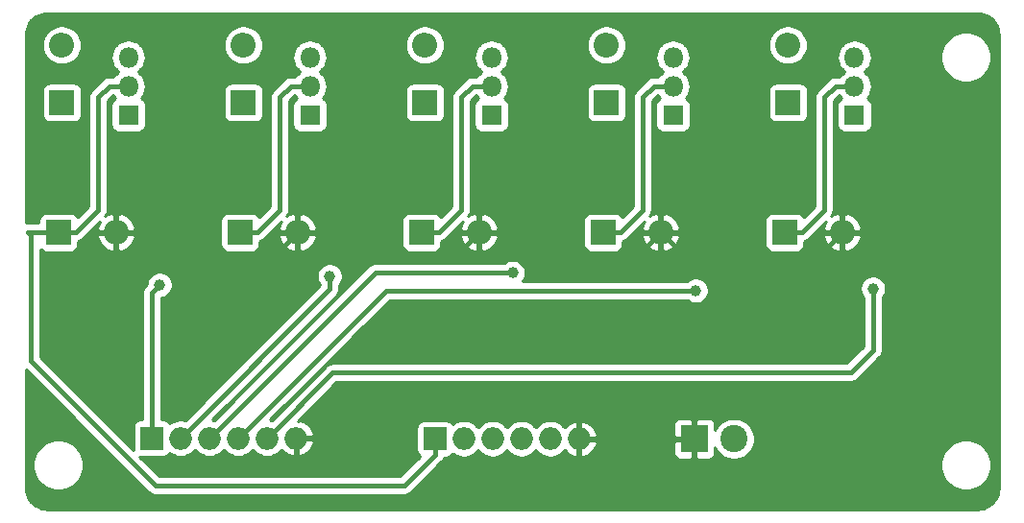
<source format=gbl>
G04 #@! TF.GenerationSoftware,KiCad,Pcbnew,5.0.2-bee76a0~70~ubuntu16.04.1*
G04 #@! TF.CreationDate,2018-12-22T18:20:01+02:00*
G04 #@! TF.ProjectId,psg14a_power,70736731-3461-45f7-906f-7765722e6b69,rev?*
G04 #@! TF.SameCoordinates,Original*
G04 #@! TF.FileFunction,Copper,L2,Bot*
G04 #@! TF.FilePolarity,Positive*
%FSLAX46Y46*%
G04 Gerber Fmt 4.6, Leading zero omitted, Abs format (unit mm)*
G04 Created by KiCad (PCBNEW 5.0.2-bee76a0~70~ubuntu16.04.1) date сб, 22-гру-2018 18:20:01 +0200*
%MOMM*%
%LPD*%
G01*
G04 APERTURE LIST*
G04 #@! TA.AperFunction,ComponentPad*
%ADD10R,2.400000X2.400000*%
G04 #@! TD*
G04 #@! TA.AperFunction,ComponentPad*
%ADD11C,2.400000*%
G04 #@! TD*
G04 #@! TA.AperFunction,ComponentPad*
%ADD12R,2.200000X2.200000*%
G04 #@! TD*
G04 #@! TA.AperFunction,ComponentPad*
%ADD13O,2.200000X2.200000*%
G04 #@! TD*
G04 #@! TA.AperFunction,ComponentPad*
%ADD14O,1.800000X1.800000*%
G04 #@! TD*
G04 #@! TA.AperFunction,ComponentPad*
%ADD15R,1.800000X1.800000*%
G04 #@! TD*
G04 #@! TA.AperFunction,ComponentPad*
%ADD16O,1.998980X1.998980*%
G04 #@! TD*
G04 #@! TA.AperFunction,ComponentPad*
%ADD17R,1.998980X1.998980*%
G04 #@! TD*
G04 #@! TA.AperFunction,ViaPad*
%ADD18C,1.000000*%
G04 #@! TD*
G04 #@! TA.AperFunction,Conductor*
%ADD19C,0.400000*%
G04 #@! TD*
G04 #@! TA.AperFunction,Conductor*
%ADD20C,0.254000*%
G04 #@! TD*
G04 APERTURE END LIST*
D10*
G04 #@! TO.P,J1,1*
G04 #@! TO.N,/GND*
X86042500Y-78676500D03*
D11*
G04 #@! TO.P,J1,2*
G04 #@! TO.N,/+24V*
X89542500Y-78676500D03*
G04 #@! TD*
D12*
G04 #@! TO.P,D15,1*
G04 #@! TO.N,/Out5*
X94007560Y-60457080D03*
D13*
G04 #@! TO.P,D15,2*
G04 #@! TO.N,/GND*
X99087560Y-60457080D03*
G04 #@! TD*
G04 #@! TO.P,D13,2*
G04 #@! TO.N,/+24V*
X94307280Y-43931840D03*
D12*
G04 #@! TO.P,D13,1*
G04 #@! TO.N,Net-(C9-Pad2)*
X94307280Y-49011840D03*
G04 #@! TD*
G04 #@! TO.P,D1,1*
G04 #@! TO.N,Net-(C1-Pad2)*
X30307280Y-49011840D03*
D13*
G04 #@! TO.P,D1,2*
G04 #@! TO.N,/+24V*
X30307280Y-43931840D03*
G04 #@! TD*
G04 #@! TO.P,D3,2*
G04 #@! TO.N,/GND*
X35087560Y-60457080D03*
D12*
G04 #@! TO.P,D3,1*
G04 #@! TO.N,/Out1*
X30007560Y-60457080D03*
G04 #@! TD*
G04 #@! TO.P,D4,1*
G04 #@! TO.N,Net-(C3-Pad2)*
X46307280Y-49011840D03*
D13*
G04 #@! TO.P,D4,2*
G04 #@! TO.N,/+24V*
X46307280Y-43931840D03*
G04 #@! TD*
G04 #@! TO.P,D6,2*
G04 #@! TO.N,/GND*
X51087560Y-60457080D03*
D12*
G04 #@! TO.P,D6,1*
G04 #@! TO.N,/Out2*
X46007560Y-60457080D03*
G04 #@! TD*
G04 #@! TO.P,D7,1*
G04 #@! TO.N,Net-(C5-Pad2)*
X62307280Y-49011840D03*
D13*
G04 #@! TO.P,D7,2*
G04 #@! TO.N,/+24V*
X62307280Y-43931840D03*
G04 #@! TD*
G04 #@! TO.P,D9,2*
G04 #@! TO.N,/GND*
X67087560Y-60457080D03*
D12*
G04 #@! TO.P,D9,1*
G04 #@! TO.N,/Out3*
X62007560Y-60457080D03*
G04 #@! TD*
G04 #@! TO.P,D10,1*
G04 #@! TO.N,Net-(C7-Pad2)*
X78307280Y-49011840D03*
D13*
G04 #@! TO.P,D10,2*
G04 #@! TO.N,/+24V*
X78307280Y-43931840D03*
G04 #@! TD*
G04 #@! TO.P,D12,2*
G04 #@! TO.N,/GND*
X83087560Y-60457080D03*
D12*
G04 #@! TO.P,D12,1*
G04 #@! TO.N,/Out4*
X78007560Y-60457080D03*
G04 #@! TD*
D14*
G04 #@! TO.P,Q5,3*
G04 #@! TO.N,/+24V*
X100159440Y-44998640D03*
G04 #@! TO.P,Q5,2*
G04 #@! TO.N,/Out5*
X100159440Y-47538640D03*
D15*
G04 #@! TO.P,Q5,1*
G04 #@! TO.N,Net-(C9-Pad2)*
X100159440Y-50078640D03*
G04 #@! TD*
G04 #@! TO.P,Q4,1*
G04 #@! TO.N,Net-(C7-Pad2)*
X84159440Y-50078640D03*
D14*
G04 #@! TO.P,Q4,2*
G04 #@! TO.N,/Out4*
X84159440Y-47538640D03*
G04 #@! TO.P,Q4,3*
G04 #@! TO.N,/+24V*
X84159440Y-44998640D03*
G04 #@! TD*
G04 #@! TO.P,Q3,3*
G04 #@! TO.N,/+24V*
X68159440Y-44998640D03*
G04 #@! TO.P,Q3,2*
G04 #@! TO.N,/Out3*
X68159440Y-47538640D03*
D15*
G04 #@! TO.P,Q3,1*
G04 #@! TO.N,Net-(C5-Pad2)*
X68159440Y-50078640D03*
G04 #@! TD*
G04 #@! TO.P,Q2,1*
G04 #@! TO.N,Net-(C3-Pad2)*
X52159440Y-50078640D03*
D14*
G04 #@! TO.P,Q2,2*
G04 #@! TO.N,/Out2*
X52159440Y-47538640D03*
G04 #@! TO.P,Q2,3*
G04 #@! TO.N,/+24V*
X52159440Y-44998640D03*
G04 #@! TD*
D15*
G04 #@! TO.P,Q1,1*
G04 #@! TO.N,Net-(C1-Pad2)*
X36159440Y-50078640D03*
D14*
G04 #@! TO.P,Q1,2*
G04 #@! TO.N,/Out1*
X36159440Y-47538640D03*
G04 #@! TO.P,Q1,3*
G04 #@! TO.N,/+24V*
X36159440Y-44998640D03*
G04 #@! TD*
D16*
G04 #@! TO.P,J3,4*
G04 #@! TO.N,/Out4*
X70802500Y-78676500D03*
D17*
G04 #@! TO.P,J3,1*
G04 #@! TO.N,/Out1*
X63182500Y-78676500D03*
D16*
G04 #@! TO.P,J3,2*
G04 #@! TO.N,/Out2*
X65722500Y-78676500D03*
G04 #@! TO.P,J3,3*
G04 #@! TO.N,/Out3*
X68262500Y-78676500D03*
G04 #@! TO.P,J3,5*
G04 #@! TO.N,/Out5*
X73342500Y-78676500D03*
G04 #@! TO.P,J3,6*
G04 #@! TO.N,/GND*
X75882500Y-78676500D03*
G04 #@! TD*
G04 #@! TO.P,J2,6*
G04 #@! TO.N,/GND*
X50927000Y-78613000D03*
G04 #@! TO.P,J2,5*
G04 #@! TO.N,/In5*
X48387000Y-78613000D03*
G04 #@! TO.P,J2,3*
G04 #@! TO.N,/In3*
X43307000Y-78613000D03*
G04 #@! TO.P,J2,2*
G04 #@! TO.N,/In2*
X40767000Y-78613000D03*
D17*
G04 #@! TO.P,J2,1*
G04 #@! TO.N,/In1*
X38227000Y-78613000D03*
D16*
G04 #@! TO.P,J2,4*
G04 #@! TO.N,/In4*
X45847000Y-78613000D03*
G04 #@! TD*
D18*
G04 #@! TO.N,/GND*
X105092500Y-63754000D03*
X109000000Y-72000000D03*
X109000000Y-64000000D03*
X109000000Y-56000000D03*
X109000000Y-50000000D03*
X82000000Y-83000000D03*
X57000000Y-78000000D03*
X104000000Y-42000000D03*
X89000000Y-42000000D03*
X73000000Y-42000000D03*
X58000000Y-42000000D03*
X40000000Y-42000000D03*
X41000000Y-71000000D03*
X34000000Y-74000000D03*
X35000000Y-67000000D03*
X94996000Y-82931000D03*
G04 #@! TO.N,/In5*
X101790500Y-65405000D03*
G04 #@! TO.N,/In3*
X70040500Y-64008000D03*
G04 #@! TO.N,/In2*
X53911500Y-64325500D03*
G04 #@! TO.N,/In1*
X38925500Y-65087500D03*
G04 #@! TO.N,/In4*
X86169500Y-65595500D03*
G04 #@! TD*
D19*
G04 #@! TO.N,/GND*
X48806640Y-62738000D02*
X51087560Y-60457080D01*
X38924114Y-62738000D02*
X48806640Y-62738000D01*
X36643194Y-60457080D02*
X38924114Y-62738000D01*
X35087560Y-60457080D02*
X36643194Y-60457080D01*
X52643194Y-60457080D02*
X54924114Y-62738000D01*
X51087560Y-60457080D02*
X52643194Y-60457080D01*
X64806640Y-62738000D02*
X67087560Y-60457080D01*
X54924114Y-62738000D02*
X64806640Y-62738000D01*
X68643194Y-60457080D02*
X70924114Y-62738000D01*
X67087560Y-60457080D02*
X68643194Y-60457080D01*
X80806640Y-62738000D02*
X83087560Y-60457080D01*
X70924114Y-62738000D02*
X80806640Y-62738000D01*
X96870140Y-62674500D02*
X99087560Y-60457080D01*
X85304980Y-62674500D02*
X96870140Y-62674500D01*
X83087560Y-60457080D02*
X85304980Y-62674500D01*
X104592501Y-63254001D02*
X104275001Y-63254001D01*
X105092500Y-63754000D02*
X104592501Y-63254001D01*
X101478080Y-60457080D02*
X99087560Y-60457080D01*
X104275001Y-63254001D02*
X101478080Y-60457080D01*
G04 #@! TO.N,/In5*
X101790500Y-70866000D02*
X101790500Y-65405000D01*
X99822000Y-72834500D02*
X101790500Y-70866000D01*
X64643000Y-72834500D02*
X99822000Y-72834500D01*
X64452500Y-72834500D02*
X64643000Y-72834500D01*
X54165500Y-72834500D02*
X64643000Y-72834500D01*
X48387000Y-78613000D02*
X54165500Y-72834500D01*
G04 #@! TO.N,/In3*
X57912000Y-64008000D02*
X70040500Y-64008000D01*
X43307000Y-78613000D02*
X57912000Y-64008000D01*
G04 #@! TO.N,/In2*
X53911500Y-65468500D02*
X53911500Y-64325500D01*
X40767000Y-78613000D02*
X53911500Y-65468500D01*
G04 #@! TO.N,/In1*
X38227000Y-65786000D02*
X38227000Y-78613000D01*
X38925500Y-65087500D02*
X38227000Y-65786000D01*
G04 #@! TO.N,/In4*
X58864500Y-65595500D02*
X86169500Y-65595500D01*
X45847000Y-78613000D02*
X58864500Y-65595500D01*
G04 #@! TO.N,/Out4*
X81472120Y-48534320D02*
X82467800Y-47538640D01*
X79507560Y-60457080D02*
X81472120Y-58492520D01*
X81472120Y-58492520D02*
X81472120Y-48534320D01*
X78007560Y-60457080D02*
X79507560Y-60457080D01*
X82467800Y-47538640D02*
X84159440Y-47538640D01*
G04 #@! TO.N,/Out1*
X34467800Y-47538640D02*
X36159440Y-47538640D01*
X30007560Y-60457080D02*
X31507560Y-60457080D01*
X31507560Y-60457080D02*
X33472120Y-58492520D01*
X33472120Y-48534320D02*
X34467800Y-47538640D01*
X33472120Y-58492520D02*
X33472120Y-48534320D01*
X27299920Y-60457080D02*
X30007560Y-60457080D01*
X27559000Y-60716160D02*
X27299920Y-60457080D01*
X60454490Y-82804000D02*
X38544500Y-82804000D01*
X63182500Y-78676500D02*
X63182500Y-80075990D01*
X63182500Y-80075990D02*
X60454490Y-82804000D01*
X27559000Y-71818500D02*
X27559000Y-60716160D01*
X38544500Y-82804000D02*
X27559000Y-71818500D01*
G04 #@! TO.N,/Out2*
X49472120Y-48534320D02*
X50467800Y-47538640D01*
X47507560Y-60457080D02*
X49472120Y-58492520D01*
X49472120Y-58492520D02*
X49472120Y-48534320D01*
X46007560Y-60457080D02*
X47507560Y-60457080D01*
X50467800Y-47538640D02*
X52159440Y-47538640D01*
G04 #@! TO.N,/Out3*
X65472120Y-48534320D02*
X66467800Y-47538640D01*
X63507560Y-60457080D02*
X65472120Y-58492520D01*
X65472120Y-58492520D02*
X65472120Y-48534320D01*
X62007560Y-60457080D02*
X63507560Y-60457080D01*
X66467800Y-47538640D02*
X68159440Y-47538640D01*
G04 #@! TO.N,/Out5*
X97472120Y-48534320D02*
X98467800Y-47538640D01*
X95507560Y-60457080D02*
X97472120Y-58492520D01*
X97472120Y-58492520D02*
X97472120Y-48534320D01*
X94007560Y-60457080D02*
X95507560Y-60457080D01*
X98467800Y-47538640D02*
X100159440Y-47538640D01*
G04 #@! TD*
D20*
G04 #@! TO.N,/GND*
G36*
X111266504Y-41146385D02*
X111527593Y-41203181D01*
X111777940Y-41296556D01*
X112012445Y-41424605D01*
X112226338Y-41584724D01*
X112415276Y-41773662D01*
X112575395Y-41987555D01*
X112703444Y-42222060D01*
X112796819Y-42472407D01*
X112853615Y-42733496D01*
X112873000Y-43004530D01*
X112873000Y-82995470D01*
X112853615Y-83266504D01*
X112796819Y-83527593D01*
X112703444Y-83777940D01*
X112575395Y-84012445D01*
X112415276Y-84226338D01*
X112226338Y-84415276D01*
X112012445Y-84575395D01*
X111777940Y-84703444D01*
X111527593Y-84796819D01*
X111266504Y-84853615D01*
X110995470Y-84873000D01*
X29004530Y-84873000D01*
X28733496Y-84853615D01*
X28472407Y-84796819D01*
X28222060Y-84703444D01*
X27987555Y-84575395D01*
X27773662Y-84415276D01*
X27584724Y-84226338D01*
X27424605Y-84012445D01*
X27296556Y-83777940D01*
X27203181Y-83527593D01*
X27146385Y-83266504D01*
X27127000Y-82995470D01*
X27127000Y-80779872D01*
X27765000Y-80779872D01*
X27765000Y-81220128D01*
X27850890Y-81651925D01*
X28019369Y-82058669D01*
X28263962Y-82424729D01*
X28575271Y-82736038D01*
X28941331Y-82980631D01*
X29348075Y-83149110D01*
X29779872Y-83235000D01*
X30220128Y-83235000D01*
X30651925Y-83149110D01*
X31058669Y-82980631D01*
X31424729Y-82736038D01*
X31736038Y-82424729D01*
X31980631Y-82058669D01*
X32149110Y-81651925D01*
X32235000Y-81220128D01*
X32235000Y-80779872D01*
X32149110Y-80348075D01*
X31980631Y-79941331D01*
X31736038Y-79575271D01*
X31424729Y-79263962D01*
X31058669Y-79019369D01*
X30651925Y-78850890D01*
X30220128Y-78765000D01*
X29779872Y-78765000D01*
X29348075Y-78850890D01*
X28941331Y-79019369D01*
X28575271Y-79263962D01*
X28263962Y-79575271D01*
X28019369Y-79941331D01*
X27850890Y-80348075D01*
X27765000Y-80779872D01*
X27127000Y-80779872D01*
X27127000Y-72567367D01*
X37925059Y-83365427D01*
X37951209Y-83397291D01*
X38078354Y-83501636D01*
X38223413Y-83579172D01*
X38380811Y-83626918D01*
X38544499Y-83643040D01*
X38585518Y-83639000D01*
X60413472Y-83639000D01*
X60454490Y-83643040D01*
X60495508Y-83639000D01*
X60495509Y-83639000D01*
X60618179Y-83626918D01*
X60775577Y-83579172D01*
X60920636Y-83501636D01*
X61047781Y-83397291D01*
X61073936Y-83365421D01*
X63659486Y-80779872D01*
X107765000Y-80779872D01*
X107765000Y-81220128D01*
X107850890Y-81651925D01*
X108019369Y-82058669D01*
X108263962Y-82424729D01*
X108575271Y-82736038D01*
X108941331Y-82980631D01*
X109348075Y-83149110D01*
X109779872Y-83235000D01*
X110220128Y-83235000D01*
X110651925Y-83149110D01*
X111058669Y-82980631D01*
X111424729Y-82736038D01*
X111736038Y-82424729D01*
X111980631Y-82058669D01*
X112149110Y-81651925D01*
X112235000Y-81220128D01*
X112235000Y-80779872D01*
X112149110Y-80348075D01*
X111980631Y-79941331D01*
X111736038Y-79575271D01*
X111424729Y-79263962D01*
X111058669Y-79019369D01*
X110651925Y-78850890D01*
X110220128Y-78765000D01*
X109779872Y-78765000D01*
X109348075Y-78850890D01*
X108941331Y-79019369D01*
X108575271Y-79263962D01*
X108263962Y-79575271D01*
X108019369Y-79941331D01*
X107850890Y-80348075D01*
X107765000Y-80779872D01*
X63659486Y-80779872D01*
X63743932Y-80695427D01*
X63775791Y-80669281D01*
X63880136Y-80542136D01*
X63957672Y-80397077D01*
X63982854Y-80314062D01*
X64181990Y-80314062D01*
X64306472Y-80301802D01*
X64426170Y-80265492D01*
X64536484Y-80206527D01*
X64633175Y-80127175D01*
X64712527Y-80030484D01*
X64737940Y-79982939D01*
X64810033Y-80042104D01*
X65093981Y-80193878D01*
X65402084Y-80287340D01*
X65642208Y-80310990D01*
X65802792Y-80310990D01*
X66042916Y-80287340D01*
X66351019Y-80193878D01*
X66634967Y-80042104D01*
X66883851Y-79837851D01*
X66992500Y-79705461D01*
X67101149Y-79837851D01*
X67350033Y-80042104D01*
X67633981Y-80193878D01*
X67942084Y-80287340D01*
X68182208Y-80310990D01*
X68342792Y-80310990D01*
X68582916Y-80287340D01*
X68891019Y-80193878D01*
X69174967Y-80042104D01*
X69423851Y-79837851D01*
X69532500Y-79705461D01*
X69641149Y-79837851D01*
X69890033Y-80042104D01*
X70173981Y-80193878D01*
X70482084Y-80287340D01*
X70722208Y-80310990D01*
X70882792Y-80310990D01*
X71122916Y-80287340D01*
X71431019Y-80193878D01*
X71714967Y-80042104D01*
X71963851Y-79837851D01*
X72072500Y-79705461D01*
X72181149Y-79837851D01*
X72430033Y-80042104D01*
X72713981Y-80193878D01*
X73022084Y-80287340D01*
X73262208Y-80310990D01*
X73422792Y-80310990D01*
X73662916Y-80287340D01*
X73971019Y-80193878D01*
X74254967Y-80042104D01*
X74503851Y-79837851D01*
X74617099Y-79699858D01*
X74683099Y-79786909D01*
X74922775Y-79999564D01*
X75199333Y-80161375D01*
X75502145Y-80266123D01*
X75755500Y-80147303D01*
X75755500Y-78803500D01*
X76009500Y-78803500D01*
X76009500Y-80147303D01*
X76262855Y-80266123D01*
X76565667Y-80161375D01*
X76842225Y-79999564D01*
X77081901Y-79786909D01*
X77275485Y-79531581D01*
X77415537Y-79243393D01*
X77472119Y-79056854D01*
X77427552Y-78962250D01*
X84207500Y-78962250D01*
X84207500Y-79939042D01*
X84231903Y-80061723D01*
X84279770Y-80177285D01*
X84349263Y-80281289D01*
X84437711Y-80369737D01*
X84541715Y-80439230D01*
X84657277Y-80487097D01*
X84779958Y-80511500D01*
X85756750Y-80511500D01*
X85915500Y-80352750D01*
X85915500Y-78803500D01*
X84366250Y-78803500D01*
X84207500Y-78962250D01*
X77427552Y-78962250D01*
X77352765Y-78803500D01*
X76009500Y-78803500D01*
X75755500Y-78803500D01*
X75735500Y-78803500D01*
X75735500Y-78549500D01*
X75755500Y-78549500D01*
X75755500Y-77205697D01*
X76009500Y-77205697D01*
X76009500Y-78549500D01*
X77352765Y-78549500D01*
X77472119Y-78296146D01*
X77415537Y-78109607D01*
X77275485Y-77821419D01*
X77081901Y-77566091D01*
X76910438Y-77413958D01*
X84207500Y-77413958D01*
X84207500Y-78390750D01*
X84366250Y-78549500D01*
X85915500Y-78549500D01*
X85915500Y-77000250D01*
X86169500Y-77000250D01*
X86169500Y-78549500D01*
X86189500Y-78549500D01*
X86189500Y-78803500D01*
X86169500Y-78803500D01*
X86169500Y-80352750D01*
X86328250Y-80511500D01*
X87305042Y-80511500D01*
X87427723Y-80487097D01*
X87543285Y-80439230D01*
X87647289Y-80369737D01*
X87735737Y-80281289D01*
X87805230Y-80177285D01*
X87853097Y-80061723D01*
X87877500Y-79939042D01*
X87877500Y-79451921D01*
X87916344Y-79545699D01*
X88117162Y-79846244D01*
X88372756Y-80101838D01*
X88673301Y-80302656D01*
X89007250Y-80440982D01*
X89361768Y-80511500D01*
X89723232Y-80511500D01*
X90077750Y-80440982D01*
X90411699Y-80302656D01*
X90712244Y-80101838D01*
X90967838Y-79846244D01*
X91168656Y-79545699D01*
X91306982Y-79211750D01*
X91377500Y-78857232D01*
X91377500Y-78495768D01*
X91306982Y-78141250D01*
X91168656Y-77807301D01*
X90967838Y-77506756D01*
X90712244Y-77251162D01*
X90411699Y-77050344D01*
X90077750Y-76912018D01*
X89723232Y-76841500D01*
X89361768Y-76841500D01*
X89007250Y-76912018D01*
X88673301Y-77050344D01*
X88372756Y-77251162D01*
X88117162Y-77506756D01*
X87916344Y-77807301D01*
X87877500Y-77901079D01*
X87877500Y-77413958D01*
X87853097Y-77291277D01*
X87805230Y-77175715D01*
X87735737Y-77071711D01*
X87647289Y-76983263D01*
X87543285Y-76913770D01*
X87427723Y-76865903D01*
X87305042Y-76841500D01*
X86328250Y-76841500D01*
X86169500Y-77000250D01*
X85915500Y-77000250D01*
X85756750Y-76841500D01*
X84779958Y-76841500D01*
X84657277Y-76865903D01*
X84541715Y-76913770D01*
X84437711Y-76983263D01*
X84349263Y-77071711D01*
X84279770Y-77175715D01*
X84231903Y-77291277D01*
X84207500Y-77413958D01*
X76910438Y-77413958D01*
X76842225Y-77353436D01*
X76565667Y-77191625D01*
X76262855Y-77086877D01*
X76009500Y-77205697D01*
X75755500Y-77205697D01*
X75502145Y-77086877D01*
X75199333Y-77191625D01*
X74922775Y-77353436D01*
X74683099Y-77566091D01*
X74617099Y-77653142D01*
X74503851Y-77515149D01*
X74254967Y-77310896D01*
X73971019Y-77159122D01*
X73662916Y-77065660D01*
X73422792Y-77042010D01*
X73262208Y-77042010D01*
X73022084Y-77065660D01*
X72713981Y-77159122D01*
X72430033Y-77310896D01*
X72181149Y-77515149D01*
X72072500Y-77647539D01*
X71963851Y-77515149D01*
X71714967Y-77310896D01*
X71431019Y-77159122D01*
X71122916Y-77065660D01*
X70882792Y-77042010D01*
X70722208Y-77042010D01*
X70482084Y-77065660D01*
X70173981Y-77159122D01*
X69890033Y-77310896D01*
X69641149Y-77515149D01*
X69532500Y-77647539D01*
X69423851Y-77515149D01*
X69174967Y-77310896D01*
X68891019Y-77159122D01*
X68582916Y-77065660D01*
X68342792Y-77042010D01*
X68182208Y-77042010D01*
X67942084Y-77065660D01*
X67633981Y-77159122D01*
X67350033Y-77310896D01*
X67101149Y-77515149D01*
X66992500Y-77647539D01*
X66883851Y-77515149D01*
X66634967Y-77310896D01*
X66351019Y-77159122D01*
X66042916Y-77065660D01*
X65802792Y-77042010D01*
X65642208Y-77042010D01*
X65402084Y-77065660D01*
X65093981Y-77159122D01*
X64810033Y-77310896D01*
X64737940Y-77370061D01*
X64712527Y-77322516D01*
X64633175Y-77225825D01*
X64536484Y-77146473D01*
X64426170Y-77087508D01*
X64306472Y-77051198D01*
X64181990Y-77038938D01*
X62183010Y-77038938D01*
X62058528Y-77051198D01*
X61938830Y-77087508D01*
X61828516Y-77146473D01*
X61731825Y-77225825D01*
X61652473Y-77322516D01*
X61593508Y-77432830D01*
X61557198Y-77552528D01*
X61544938Y-77677010D01*
X61544938Y-79675990D01*
X61557198Y-79800472D01*
X61593508Y-79920170D01*
X61652473Y-80030484D01*
X61731825Y-80127175D01*
X61828516Y-80206527D01*
X61856263Y-80221358D01*
X60108623Y-81969000D01*
X38890368Y-81969000D01*
X37165858Y-80244490D01*
X37227510Y-80250562D01*
X39226490Y-80250562D01*
X39350972Y-80238302D01*
X39470670Y-80201992D01*
X39580984Y-80143027D01*
X39677675Y-80063675D01*
X39757027Y-79966984D01*
X39782440Y-79919439D01*
X39854533Y-79978604D01*
X40138481Y-80130378D01*
X40446584Y-80223840D01*
X40686708Y-80247490D01*
X40847292Y-80247490D01*
X41087416Y-80223840D01*
X41395519Y-80130378D01*
X41679467Y-79978604D01*
X41928351Y-79774351D01*
X42037000Y-79641961D01*
X42145649Y-79774351D01*
X42394533Y-79978604D01*
X42678481Y-80130378D01*
X42986584Y-80223840D01*
X43226708Y-80247490D01*
X43387292Y-80247490D01*
X43627416Y-80223840D01*
X43935519Y-80130378D01*
X44219467Y-79978604D01*
X44468351Y-79774351D01*
X44577000Y-79641961D01*
X44685649Y-79774351D01*
X44934533Y-79978604D01*
X45218481Y-80130378D01*
X45526584Y-80223840D01*
X45766708Y-80247490D01*
X45927292Y-80247490D01*
X46167416Y-80223840D01*
X46475519Y-80130378D01*
X46759467Y-79978604D01*
X47008351Y-79774351D01*
X47117000Y-79641961D01*
X47225649Y-79774351D01*
X47474533Y-79978604D01*
X47758481Y-80130378D01*
X48066584Y-80223840D01*
X48306708Y-80247490D01*
X48467292Y-80247490D01*
X48707416Y-80223840D01*
X49015519Y-80130378D01*
X49299467Y-79978604D01*
X49548351Y-79774351D01*
X49661599Y-79636358D01*
X49727599Y-79723409D01*
X49967275Y-79936064D01*
X50243833Y-80097875D01*
X50546645Y-80202623D01*
X50800000Y-80083803D01*
X50800000Y-78740000D01*
X51054000Y-78740000D01*
X51054000Y-80083803D01*
X51307355Y-80202623D01*
X51610167Y-80097875D01*
X51886725Y-79936064D01*
X52126401Y-79723409D01*
X52319985Y-79468081D01*
X52460037Y-79179893D01*
X52516619Y-78993354D01*
X52397265Y-78740000D01*
X51054000Y-78740000D01*
X50800000Y-78740000D01*
X50780000Y-78740000D01*
X50780000Y-78486000D01*
X50800000Y-78486000D01*
X50800000Y-78466000D01*
X51054000Y-78466000D01*
X51054000Y-78486000D01*
X52397265Y-78486000D01*
X52516619Y-78232646D01*
X52460037Y-78046107D01*
X52319985Y-77757919D01*
X52126401Y-77502591D01*
X51886725Y-77289936D01*
X51610167Y-77128125D01*
X51307355Y-77023377D01*
X51054002Y-77142196D01*
X51054002Y-77126865D01*
X54511368Y-73669500D01*
X99780982Y-73669500D01*
X99822000Y-73673540D01*
X99863018Y-73669500D01*
X99863019Y-73669500D01*
X99985689Y-73657418D01*
X100143087Y-73609672D01*
X100288146Y-73532136D01*
X100415291Y-73427791D01*
X100441446Y-73395921D01*
X102351928Y-71485440D01*
X102383791Y-71459291D01*
X102488136Y-71332146D01*
X102565672Y-71187087D01*
X102613418Y-71029689D01*
X102625500Y-70907019D01*
X102625500Y-70907009D01*
X102629539Y-70866001D01*
X102625500Y-70824993D01*
X102625500Y-66175132D01*
X102672112Y-66128520D01*
X102796324Y-65942624D01*
X102881883Y-65736067D01*
X102925500Y-65516788D01*
X102925500Y-65293212D01*
X102881883Y-65073933D01*
X102796324Y-64867376D01*
X102672112Y-64681480D01*
X102514020Y-64523388D01*
X102328124Y-64399176D01*
X102121567Y-64313617D01*
X101902288Y-64270000D01*
X101678712Y-64270000D01*
X101459433Y-64313617D01*
X101252876Y-64399176D01*
X101066980Y-64523388D01*
X100908888Y-64681480D01*
X100784676Y-64867376D01*
X100699117Y-65073933D01*
X100655500Y-65293212D01*
X100655500Y-65516788D01*
X100699117Y-65736067D01*
X100784676Y-65942624D01*
X100908888Y-66128520D01*
X100955501Y-66175133D01*
X100955500Y-70520132D01*
X99476133Y-71999500D01*
X54206518Y-71999500D01*
X54165499Y-71995460D01*
X54124481Y-71999500D01*
X54001811Y-72011582D01*
X53844413Y-72059328D01*
X53699354Y-72136864D01*
X53572209Y-72241209D01*
X53546061Y-72273071D01*
X48791474Y-77027659D01*
X48707416Y-77002160D01*
X48644868Y-76996000D01*
X59210368Y-66430500D01*
X85399368Y-66430500D01*
X85445980Y-66477112D01*
X85631876Y-66601324D01*
X85838433Y-66686883D01*
X86057712Y-66730500D01*
X86281288Y-66730500D01*
X86500567Y-66686883D01*
X86707124Y-66601324D01*
X86893020Y-66477112D01*
X87051112Y-66319020D01*
X87175324Y-66133124D01*
X87260883Y-65926567D01*
X87304500Y-65707288D01*
X87304500Y-65483712D01*
X87260883Y-65264433D01*
X87175324Y-65057876D01*
X87051112Y-64871980D01*
X86893020Y-64713888D01*
X86707124Y-64589676D01*
X86500567Y-64504117D01*
X86281288Y-64460500D01*
X86057712Y-64460500D01*
X85838433Y-64504117D01*
X85631876Y-64589676D01*
X85445980Y-64713888D01*
X85399368Y-64760500D01*
X70893132Y-64760500D01*
X70922112Y-64731520D01*
X71046324Y-64545624D01*
X71131883Y-64339067D01*
X71175500Y-64119788D01*
X71175500Y-63896212D01*
X71131883Y-63676933D01*
X71046324Y-63470376D01*
X70922112Y-63284480D01*
X70764020Y-63126388D01*
X70578124Y-63002176D01*
X70371567Y-62916617D01*
X70152288Y-62873000D01*
X69928712Y-62873000D01*
X69709433Y-62916617D01*
X69502876Y-63002176D01*
X69316980Y-63126388D01*
X69270368Y-63173000D01*
X57953018Y-63173000D01*
X57911999Y-63168960D01*
X57870981Y-63173000D01*
X57748311Y-63185082D01*
X57590913Y-63232828D01*
X57445854Y-63310364D01*
X57318709Y-63414709D01*
X57292559Y-63446573D01*
X43711474Y-77027659D01*
X43627416Y-77002160D01*
X43564868Y-76996000D01*
X54472928Y-66087940D01*
X54504791Y-66061791D01*
X54609136Y-65934646D01*
X54686672Y-65789587D01*
X54734418Y-65632189D01*
X54746500Y-65509519D01*
X54746500Y-65509518D01*
X54750540Y-65468501D01*
X54746500Y-65427482D01*
X54746500Y-65095632D01*
X54793112Y-65049020D01*
X54917324Y-64863124D01*
X55002883Y-64656567D01*
X55046500Y-64437288D01*
X55046500Y-64213712D01*
X55002883Y-63994433D01*
X54917324Y-63787876D01*
X54793112Y-63601980D01*
X54635020Y-63443888D01*
X54449124Y-63319676D01*
X54242567Y-63234117D01*
X54023288Y-63190500D01*
X53799712Y-63190500D01*
X53580433Y-63234117D01*
X53373876Y-63319676D01*
X53187980Y-63443888D01*
X53029888Y-63601980D01*
X52905676Y-63787876D01*
X52820117Y-63994433D01*
X52776500Y-64213712D01*
X52776500Y-64437288D01*
X52820117Y-64656567D01*
X52905676Y-64863124D01*
X53029888Y-65049020D01*
X53076500Y-65095632D01*
X53076500Y-65122632D01*
X41171474Y-77027659D01*
X41087416Y-77002160D01*
X40847292Y-76978510D01*
X40686708Y-76978510D01*
X40446584Y-77002160D01*
X40138481Y-77095622D01*
X39854533Y-77247396D01*
X39782440Y-77306561D01*
X39757027Y-77259016D01*
X39677675Y-77162325D01*
X39580984Y-77082973D01*
X39470670Y-77024008D01*
X39350972Y-76987698D01*
X39226490Y-76975438D01*
X39062000Y-76975438D01*
X39062000Y-66217585D01*
X39256567Y-66178883D01*
X39463124Y-66093324D01*
X39649020Y-65969112D01*
X39807112Y-65811020D01*
X39931324Y-65625124D01*
X40016883Y-65418567D01*
X40060500Y-65199288D01*
X40060500Y-64975712D01*
X40016883Y-64756433D01*
X39931324Y-64549876D01*
X39807112Y-64363980D01*
X39649020Y-64205888D01*
X39463124Y-64081676D01*
X39256567Y-63996117D01*
X39037288Y-63952500D01*
X38813712Y-63952500D01*
X38594433Y-63996117D01*
X38387876Y-64081676D01*
X38201980Y-64205888D01*
X38043888Y-64363980D01*
X37919676Y-64549876D01*
X37834117Y-64756433D01*
X37790500Y-64975712D01*
X37790500Y-65041633D01*
X37665578Y-65166554D01*
X37633709Y-65192709D01*
X37529365Y-65319854D01*
X37529364Y-65319855D01*
X37451828Y-65464914D01*
X37404082Y-65622312D01*
X37387960Y-65786000D01*
X37392000Y-65827019D01*
X37392001Y-76975438D01*
X37227510Y-76975438D01*
X37103028Y-76987698D01*
X36983330Y-77024008D01*
X36873016Y-77082973D01*
X36776325Y-77162325D01*
X36696973Y-77259016D01*
X36638008Y-77369330D01*
X36601698Y-77489028D01*
X36589438Y-77613510D01*
X36589438Y-79612490D01*
X36595510Y-79674142D01*
X28394000Y-71472633D01*
X28394000Y-61932261D01*
X28456375Y-62008265D01*
X28553066Y-62087617D01*
X28663380Y-62146582D01*
X28783078Y-62182892D01*
X28907560Y-62195152D01*
X31107560Y-62195152D01*
X31232042Y-62182892D01*
X31351740Y-62146582D01*
X31462054Y-62087617D01*
X31558745Y-62008265D01*
X31638097Y-61911574D01*
X31697062Y-61801260D01*
X31733372Y-61681562D01*
X31745632Y-61557080D01*
X31745632Y-61257434D01*
X31828647Y-61232252D01*
X31973706Y-61154716D01*
X32100851Y-61050371D01*
X32127006Y-61018501D01*
X32292305Y-60853202D01*
X33398385Y-60853202D01*
X33462985Y-61066174D01*
X33613029Y-61371409D01*
X33819738Y-61641507D01*
X34075169Y-61866088D01*
X34369506Y-62036522D01*
X34691437Y-62146259D01*
X34960560Y-62028680D01*
X34960560Y-60584080D01*
X35214560Y-60584080D01*
X35214560Y-62028680D01*
X35483683Y-62146259D01*
X35805614Y-62036522D01*
X36099951Y-61866088D01*
X36355382Y-61641507D01*
X36562091Y-61371409D01*
X36712135Y-61066174D01*
X36776735Y-60853202D01*
X36658685Y-60584080D01*
X35214560Y-60584080D01*
X34960560Y-60584080D01*
X33516435Y-60584080D01*
X33398385Y-60853202D01*
X32292305Y-60853202D01*
X33646526Y-59498981D01*
X33613029Y-59542751D01*
X33462985Y-59847986D01*
X33398385Y-60060958D01*
X33516435Y-60330080D01*
X34960560Y-60330080D01*
X34960560Y-58885480D01*
X35214560Y-58885480D01*
X35214560Y-60330080D01*
X36658685Y-60330080D01*
X36776735Y-60060958D01*
X36712135Y-59847986D01*
X36562091Y-59542751D01*
X36419995Y-59357080D01*
X44269488Y-59357080D01*
X44269488Y-61557080D01*
X44281748Y-61681562D01*
X44318058Y-61801260D01*
X44377023Y-61911574D01*
X44456375Y-62008265D01*
X44553066Y-62087617D01*
X44663380Y-62146582D01*
X44783078Y-62182892D01*
X44907560Y-62195152D01*
X47107560Y-62195152D01*
X47232042Y-62182892D01*
X47351740Y-62146582D01*
X47462054Y-62087617D01*
X47558745Y-62008265D01*
X47638097Y-61911574D01*
X47697062Y-61801260D01*
X47733372Y-61681562D01*
X47745632Y-61557080D01*
X47745632Y-61257434D01*
X47828647Y-61232252D01*
X47973706Y-61154716D01*
X48100851Y-61050371D01*
X48127006Y-61018501D01*
X48292305Y-60853202D01*
X49398385Y-60853202D01*
X49462985Y-61066174D01*
X49613029Y-61371409D01*
X49819738Y-61641507D01*
X50075169Y-61866088D01*
X50369506Y-62036522D01*
X50691437Y-62146259D01*
X50960560Y-62028680D01*
X50960560Y-60584080D01*
X51214560Y-60584080D01*
X51214560Y-62028680D01*
X51483683Y-62146259D01*
X51805614Y-62036522D01*
X52099951Y-61866088D01*
X52355382Y-61641507D01*
X52562091Y-61371409D01*
X52712135Y-61066174D01*
X52776735Y-60853202D01*
X52658685Y-60584080D01*
X51214560Y-60584080D01*
X50960560Y-60584080D01*
X49516435Y-60584080D01*
X49398385Y-60853202D01*
X48292305Y-60853202D01*
X49646526Y-59498981D01*
X49613029Y-59542751D01*
X49462985Y-59847986D01*
X49398385Y-60060958D01*
X49516435Y-60330080D01*
X50960560Y-60330080D01*
X50960560Y-58885480D01*
X51214560Y-58885480D01*
X51214560Y-60330080D01*
X52658685Y-60330080D01*
X52776735Y-60060958D01*
X52712135Y-59847986D01*
X52562091Y-59542751D01*
X52419995Y-59357080D01*
X60269488Y-59357080D01*
X60269488Y-61557080D01*
X60281748Y-61681562D01*
X60318058Y-61801260D01*
X60377023Y-61911574D01*
X60456375Y-62008265D01*
X60553066Y-62087617D01*
X60663380Y-62146582D01*
X60783078Y-62182892D01*
X60907560Y-62195152D01*
X63107560Y-62195152D01*
X63232042Y-62182892D01*
X63351740Y-62146582D01*
X63462054Y-62087617D01*
X63558745Y-62008265D01*
X63638097Y-61911574D01*
X63697062Y-61801260D01*
X63733372Y-61681562D01*
X63745632Y-61557080D01*
X63745632Y-61257434D01*
X63828647Y-61232252D01*
X63973706Y-61154716D01*
X64100851Y-61050371D01*
X64127006Y-61018501D01*
X64292305Y-60853202D01*
X65398385Y-60853202D01*
X65462985Y-61066174D01*
X65613029Y-61371409D01*
X65819738Y-61641507D01*
X66075169Y-61866088D01*
X66369506Y-62036522D01*
X66691437Y-62146259D01*
X66960560Y-62028680D01*
X66960560Y-60584080D01*
X67214560Y-60584080D01*
X67214560Y-62028680D01*
X67483683Y-62146259D01*
X67805614Y-62036522D01*
X68099951Y-61866088D01*
X68355382Y-61641507D01*
X68562091Y-61371409D01*
X68712135Y-61066174D01*
X68776735Y-60853202D01*
X68658685Y-60584080D01*
X67214560Y-60584080D01*
X66960560Y-60584080D01*
X65516435Y-60584080D01*
X65398385Y-60853202D01*
X64292305Y-60853202D01*
X65646526Y-59498981D01*
X65613029Y-59542751D01*
X65462985Y-59847986D01*
X65398385Y-60060958D01*
X65516435Y-60330080D01*
X66960560Y-60330080D01*
X66960560Y-58885480D01*
X67214560Y-58885480D01*
X67214560Y-60330080D01*
X68658685Y-60330080D01*
X68776735Y-60060958D01*
X68712135Y-59847986D01*
X68562091Y-59542751D01*
X68419995Y-59357080D01*
X76269488Y-59357080D01*
X76269488Y-61557080D01*
X76281748Y-61681562D01*
X76318058Y-61801260D01*
X76377023Y-61911574D01*
X76456375Y-62008265D01*
X76553066Y-62087617D01*
X76663380Y-62146582D01*
X76783078Y-62182892D01*
X76907560Y-62195152D01*
X79107560Y-62195152D01*
X79232042Y-62182892D01*
X79351740Y-62146582D01*
X79462054Y-62087617D01*
X79558745Y-62008265D01*
X79638097Y-61911574D01*
X79697062Y-61801260D01*
X79733372Y-61681562D01*
X79745632Y-61557080D01*
X79745632Y-61257434D01*
X79828647Y-61232252D01*
X79973706Y-61154716D01*
X80100851Y-61050371D01*
X80127006Y-61018501D01*
X80292305Y-60853202D01*
X81398385Y-60853202D01*
X81462985Y-61066174D01*
X81613029Y-61371409D01*
X81819738Y-61641507D01*
X82075169Y-61866088D01*
X82369506Y-62036522D01*
X82691437Y-62146259D01*
X82960560Y-62028680D01*
X82960560Y-60584080D01*
X83214560Y-60584080D01*
X83214560Y-62028680D01*
X83483683Y-62146259D01*
X83805614Y-62036522D01*
X84099951Y-61866088D01*
X84355382Y-61641507D01*
X84562091Y-61371409D01*
X84712135Y-61066174D01*
X84776735Y-60853202D01*
X84658685Y-60584080D01*
X83214560Y-60584080D01*
X82960560Y-60584080D01*
X81516435Y-60584080D01*
X81398385Y-60853202D01*
X80292305Y-60853202D01*
X81646526Y-59498981D01*
X81613029Y-59542751D01*
X81462985Y-59847986D01*
X81398385Y-60060958D01*
X81516435Y-60330080D01*
X82960560Y-60330080D01*
X82960560Y-58885480D01*
X83214560Y-58885480D01*
X83214560Y-60330080D01*
X84658685Y-60330080D01*
X84776735Y-60060958D01*
X84712135Y-59847986D01*
X84562091Y-59542751D01*
X84419995Y-59357080D01*
X92269488Y-59357080D01*
X92269488Y-61557080D01*
X92281748Y-61681562D01*
X92318058Y-61801260D01*
X92377023Y-61911574D01*
X92456375Y-62008265D01*
X92553066Y-62087617D01*
X92663380Y-62146582D01*
X92783078Y-62182892D01*
X92907560Y-62195152D01*
X95107560Y-62195152D01*
X95232042Y-62182892D01*
X95351740Y-62146582D01*
X95462054Y-62087617D01*
X95558745Y-62008265D01*
X95638097Y-61911574D01*
X95697062Y-61801260D01*
X95733372Y-61681562D01*
X95745632Y-61557080D01*
X95745632Y-61257434D01*
X95828647Y-61232252D01*
X95973706Y-61154716D01*
X96100851Y-61050371D01*
X96127006Y-61018501D01*
X96292305Y-60853202D01*
X97398385Y-60853202D01*
X97462985Y-61066174D01*
X97613029Y-61371409D01*
X97819738Y-61641507D01*
X98075169Y-61866088D01*
X98369506Y-62036522D01*
X98691437Y-62146259D01*
X98960560Y-62028680D01*
X98960560Y-60584080D01*
X99214560Y-60584080D01*
X99214560Y-62028680D01*
X99483683Y-62146259D01*
X99805614Y-62036522D01*
X100099951Y-61866088D01*
X100355382Y-61641507D01*
X100562091Y-61371409D01*
X100712135Y-61066174D01*
X100776735Y-60853202D01*
X100658685Y-60584080D01*
X99214560Y-60584080D01*
X98960560Y-60584080D01*
X97516435Y-60584080D01*
X97398385Y-60853202D01*
X96292305Y-60853202D01*
X97646526Y-59498981D01*
X97613029Y-59542751D01*
X97462985Y-59847986D01*
X97398385Y-60060958D01*
X97516435Y-60330080D01*
X98960560Y-60330080D01*
X98960560Y-58885480D01*
X99214560Y-58885480D01*
X99214560Y-60330080D01*
X100658685Y-60330080D01*
X100776735Y-60060958D01*
X100712135Y-59847986D01*
X100562091Y-59542751D01*
X100355382Y-59272653D01*
X100099951Y-59048072D01*
X99805614Y-58877638D01*
X99483683Y-58767901D01*
X99214560Y-58885480D01*
X98960560Y-58885480D01*
X98691437Y-58767901D01*
X98369506Y-58877638D01*
X98115592Y-59024665D01*
X98169756Y-58958666D01*
X98247292Y-58813607D01*
X98295038Y-58656209D01*
X98307120Y-58533539D01*
X98307120Y-58533529D01*
X98311159Y-58492521D01*
X98307120Y-58451513D01*
X98307120Y-48880187D01*
X98813668Y-48373640D01*
X98865239Y-48373640D01*
X98876959Y-48395567D01*
X99031720Y-48584145D01*
X99015260Y-48589138D01*
X98904946Y-48648103D01*
X98808255Y-48727455D01*
X98728903Y-48824146D01*
X98669938Y-48934460D01*
X98633628Y-49054158D01*
X98621368Y-49178640D01*
X98621368Y-50978640D01*
X98633628Y-51103122D01*
X98669938Y-51222820D01*
X98728903Y-51333134D01*
X98808255Y-51429825D01*
X98904946Y-51509177D01*
X99015260Y-51568142D01*
X99134958Y-51604452D01*
X99259440Y-51616712D01*
X101059440Y-51616712D01*
X101183922Y-51604452D01*
X101303620Y-51568142D01*
X101413934Y-51509177D01*
X101510625Y-51429825D01*
X101589977Y-51333134D01*
X101648942Y-51222820D01*
X101685252Y-51103122D01*
X101697512Y-50978640D01*
X101697512Y-49178640D01*
X101685252Y-49054158D01*
X101648942Y-48934460D01*
X101589977Y-48824146D01*
X101510625Y-48727455D01*
X101413934Y-48648103D01*
X101303620Y-48589138D01*
X101287160Y-48584145D01*
X101441921Y-48395567D01*
X101584457Y-48128901D01*
X101672230Y-47839553D01*
X101701867Y-47538640D01*
X101672230Y-47237727D01*
X101584457Y-46948379D01*
X101441921Y-46681713D01*
X101250101Y-46447979D01*
X101031575Y-46268640D01*
X101250101Y-46089301D01*
X101441921Y-45855567D01*
X101584457Y-45588901D01*
X101672230Y-45299553D01*
X101701867Y-44998640D01*
X101680321Y-44779872D01*
X107765000Y-44779872D01*
X107765000Y-45220128D01*
X107850890Y-45651925D01*
X108019369Y-46058669D01*
X108263962Y-46424729D01*
X108575271Y-46736038D01*
X108941331Y-46980631D01*
X109348075Y-47149110D01*
X109779872Y-47235000D01*
X110220128Y-47235000D01*
X110651925Y-47149110D01*
X111058669Y-46980631D01*
X111424729Y-46736038D01*
X111736038Y-46424729D01*
X111980631Y-46058669D01*
X112149110Y-45651925D01*
X112235000Y-45220128D01*
X112235000Y-44779872D01*
X112149110Y-44348075D01*
X111980631Y-43941331D01*
X111736038Y-43575271D01*
X111424729Y-43263962D01*
X111058669Y-43019369D01*
X110651925Y-42850890D01*
X110220128Y-42765000D01*
X109779872Y-42765000D01*
X109348075Y-42850890D01*
X108941331Y-43019369D01*
X108575271Y-43263962D01*
X108263962Y-43575271D01*
X108019369Y-43941331D01*
X107850890Y-44348075D01*
X107765000Y-44779872D01*
X101680321Y-44779872D01*
X101672230Y-44697727D01*
X101584457Y-44408379D01*
X101441921Y-44141713D01*
X101250101Y-43907979D01*
X101016367Y-43716159D01*
X100749701Y-43573623D01*
X100460353Y-43485850D01*
X100234848Y-43463640D01*
X100084032Y-43463640D01*
X99858527Y-43485850D01*
X99569179Y-43573623D01*
X99302513Y-43716159D01*
X99068779Y-43907979D01*
X98876959Y-44141713D01*
X98734423Y-44408379D01*
X98646650Y-44697727D01*
X98617013Y-44998640D01*
X98646650Y-45299553D01*
X98734423Y-45588901D01*
X98876959Y-45855567D01*
X99068779Y-46089301D01*
X99287305Y-46268640D01*
X99068779Y-46447979D01*
X98876959Y-46681713D01*
X98865239Y-46703640D01*
X98508818Y-46703640D01*
X98467799Y-46699600D01*
X98426781Y-46703640D01*
X98304111Y-46715722D01*
X98146713Y-46763468D01*
X98001654Y-46841004D01*
X97874509Y-46945349D01*
X97848358Y-46977214D01*
X96910694Y-47914879D01*
X96878830Y-47941029D01*
X96852682Y-47972891D01*
X96774484Y-48068175D01*
X96696948Y-48213234D01*
X96649202Y-48370632D01*
X96633080Y-48534320D01*
X96637121Y-48575349D01*
X96637120Y-58146652D01*
X95687939Y-59095833D01*
X95638097Y-59002586D01*
X95558745Y-58905895D01*
X95462054Y-58826543D01*
X95351740Y-58767578D01*
X95232042Y-58731268D01*
X95107560Y-58719008D01*
X92907560Y-58719008D01*
X92783078Y-58731268D01*
X92663380Y-58767578D01*
X92553066Y-58826543D01*
X92456375Y-58905895D01*
X92377023Y-59002586D01*
X92318058Y-59112900D01*
X92281748Y-59232598D01*
X92269488Y-59357080D01*
X84419995Y-59357080D01*
X84355382Y-59272653D01*
X84099951Y-59048072D01*
X83805614Y-58877638D01*
X83483683Y-58767901D01*
X83214560Y-58885480D01*
X82960560Y-58885480D01*
X82691437Y-58767901D01*
X82369506Y-58877638D01*
X82115592Y-59024665D01*
X82169756Y-58958666D01*
X82247292Y-58813607D01*
X82295038Y-58656209D01*
X82307120Y-58533539D01*
X82307120Y-58533529D01*
X82311159Y-58492521D01*
X82307120Y-58451513D01*
X82307120Y-48880187D01*
X82813668Y-48373640D01*
X82865239Y-48373640D01*
X82876959Y-48395567D01*
X83031720Y-48584145D01*
X83015260Y-48589138D01*
X82904946Y-48648103D01*
X82808255Y-48727455D01*
X82728903Y-48824146D01*
X82669938Y-48934460D01*
X82633628Y-49054158D01*
X82621368Y-49178640D01*
X82621368Y-50978640D01*
X82633628Y-51103122D01*
X82669938Y-51222820D01*
X82728903Y-51333134D01*
X82808255Y-51429825D01*
X82904946Y-51509177D01*
X83015260Y-51568142D01*
X83134958Y-51604452D01*
X83259440Y-51616712D01*
X85059440Y-51616712D01*
X85183922Y-51604452D01*
X85303620Y-51568142D01*
X85413934Y-51509177D01*
X85510625Y-51429825D01*
X85589977Y-51333134D01*
X85648942Y-51222820D01*
X85685252Y-51103122D01*
X85697512Y-50978640D01*
X85697512Y-49178640D01*
X85685252Y-49054158D01*
X85648942Y-48934460D01*
X85589977Y-48824146D01*
X85510625Y-48727455D01*
X85413934Y-48648103D01*
X85303620Y-48589138D01*
X85287160Y-48584145D01*
X85441921Y-48395567D01*
X85584457Y-48128901D01*
X85650301Y-47911840D01*
X92569208Y-47911840D01*
X92569208Y-50111840D01*
X92581468Y-50236322D01*
X92617778Y-50356020D01*
X92676743Y-50466334D01*
X92756095Y-50563025D01*
X92852786Y-50642377D01*
X92963100Y-50701342D01*
X93082798Y-50737652D01*
X93207280Y-50749912D01*
X95407280Y-50749912D01*
X95531762Y-50737652D01*
X95651460Y-50701342D01*
X95761774Y-50642377D01*
X95858465Y-50563025D01*
X95937817Y-50466334D01*
X95996782Y-50356020D01*
X96033092Y-50236322D01*
X96045352Y-50111840D01*
X96045352Y-47911840D01*
X96033092Y-47787358D01*
X95996782Y-47667660D01*
X95937817Y-47557346D01*
X95858465Y-47460655D01*
X95761774Y-47381303D01*
X95651460Y-47322338D01*
X95531762Y-47286028D01*
X95407280Y-47273768D01*
X93207280Y-47273768D01*
X93082798Y-47286028D01*
X92963100Y-47322338D01*
X92852786Y-47381303D01*
X92756095Y-47460655D01*
X92676743Y-47557346D01*
X92617778Y-47667660D01*
X92581468Y-47787358D01*
X92569208Y-47911840D01*
X85650301Y-47911840D01*
X85672230Y-47839553D01*
X85701867Y-47538640D01*
X85672230Y-47237727D01*
X85584457Y-46948379D01*
X85441921Y-46681713D01*
X85250101Y-46447979D01*
X85031575Y-46268640D01*
X85250101Y-46089301D01*
X85441921Y-45855567D01*
X85584457Y-45588901D01*
X85672230Y-45299553D01*
X85701867Y-44998640D01*
X85672230Y-44697727D01*
X85584457Y-44408379D01*
X85441921Y-44141713D01*
X85269684Y-43931840D01*
X92563886Y-43931840D01*
X92597385Y-44271959D01*
X92696594Y-44599008D01*
X92857701Y-44900418D01*
X93074514Y-45164606D01*
X93338702Y-45381419D01*
X93640112Y-45542526D01*
X93967161Y-45641735D01*
X94222055Y-45666840D01*
X94392505Y-45666840D01*
X94647399Y-45641735D01*
X94974448Y-45542526D01*
X95275858Y-45381419D01*
X95540046Y-45164606D01*
X95756859Y-44900418D01*
X95917966Y-44599008D01*
X96017175Y-44271959D01*
X96050674Y-43931840D01*
X96017175Y-43591721D01*
X95917966Y-43264672D01*
X95756859Y-42963262D01*
X95540046Y-42699074D01*
X95275858Y-42482261D01*
X94974448Y-42321154D01*
X94647399Y-42221945D01*
X94392505Y-42196840D01*
X94222055Y-42196840D01*
X93967161Y-42221945D01*
X93640112Y-42321154D01*
X93338702Y-42482261D01*
X93074514Y-42699074D01*
X92857701Y-42963262D01*
X92696594Y-43264672D01*
X92597385Y-43591721D01*
X92563886Y-43931840D01*
X85269684Y-43931840D01*
X85250101Y-43907979D01*
X85016367Y-43716159D01*
X84749701Y-43573623D01*
X84460353Y-43485850D01*
X84234848Y-43463640D01*
X84084032Y-43463640D01*
X83858527Y-43485850D01*
X83569179Y-43573623D01*
X83302513Y-43716159D01*
X83068779Y-43907979D01*
X82876959Y-44141713D01*
X82734423Y-44408379D01*
X82646650Y-44697727D01*
X82617013Y-44998640D01*
X82646650Y-45299553D01*
X82734423Y-45588901D01*
X82876959Y-45855567D01*
X83068779Y-46089301D01*
X83287305Y-46268640D01*
X83068779Y-46447979D01*
X82876959Y-46681713D01*
X82865239Y-46703640D01*
X82508818Y-46703640D01*
X82467799Y-46699600D01*
X82426781Y-46703640D01*
X82304111Y-46715722D01*
X82146713Y-46763468D01*
X82001654Y-46841004D01*
X81874509Y-46945349D01*
X81848358Y-46977214D01*
X80910694Y-47914879D01*
X80878830Y-47941029D01*
X80852682Y-47972891D01*
X80774484Y-48068175D01*
X80696948Y-48213234D01*
X80649202Y-48370632D01*
X80633080Y-48534320D01*
X80637121Y-48575349D01*
X80637120Y-58146652D01*
X79687939Y-59095833D01*
X79638097Y-59002586D01*
X79558745Y-58905895D01*
X79462054Y-58826543D01*
X79351740Y-58767578D01*
X79232042Y-58731268D01*
X79107560Y-58719008D01*
X76907560Y-58719008D01*
X76783078Y-58731268D01*
X76663380Y-58767578D01*
X76553066Y-58826543D01*
X76456375Y-58905895D01*
X76377023Y-59002586D01*
X76318058Y-59112900D01*
X76281748Y-59232598D01*
X76269488Y-59357080D01*
X68419995Y-59357080D01*
X68355382Y-59272653D01*
X68099951Y-59048072D01*
X67805614Y-58877638D01*
X67483683Y-58767901D01*
X67214560Y-58885480D01*
X66960560Y-58885480D01*
X66691437Y-58767901D01*
X66369506Y-58877638D01*
X66115592Y-59024665D01*
X66169756Y-58958666D01*
X66247292Y-58813607D01*
X66295038Y-58656209D01*
X66307120Y-58533539D01*
X66307120Y-58533529D01*
X66311159Y-58492521D01*
X66307120Y-58451513D01*
X66307120Y-48880187D01*
X66813668Y-48373640D01*
X66865239Y-48373640D01*
X66876959Y-48395567D01*
X67031720Y-48584145D01*
X67015260Y-48589138D01*
X66904946Y-48648103D01*
X66808255Y-48727455D01*
X66728903Y-48824146D01*
X66669938Y-48934460D01*
X66633628Y-49054158D01*
X66621368Y-49178640D01*
X66621368Y-50978640D01*
X66633628Y-51103122D01*
X66669938Y-51222820D01*
X66728903Y-51333134D01*
X66808255Y-51429825D01*
X66904946Y-51509177D01*
X67015260Y-51568142D01*
X67134958Y-51604452D01*
X67259440Y-51616712D01*
X69059440Y-51616712D01*
X69183922Y-51604452D01*
X69303620Y-51568142D01*
X69413934Y-51509177D01*
X69510625Y-51429825D01*
X69589977Y-51333134D01*
X69648942Y-51222820D01*
X69685252Y-51103122D01*
X69697512Y-50978640D01*
X69697512Y-49178640D01*
X69685252Y-49054158D01*
X69648942Y-48934460D01*
X69589977Y-48824146D01*
X69510625Y-48727455D01*
X69413934Y-48648103D01*
X69303620Y-48589138D01*
X69287160Y-48584145D01*
X69441921Y-48395567D01*
X69584457Y-48128901D01*
X69650301Y-47911840D01*
X76569208Y-47911840D01*
X76569208Y-50111840D01*
X76581468Y-50236322D01*
X76617778Y-50356020D01*
X76676743Y-50466334D01*
X76756095Y-50563025D01*
X76852786Y-50642377D01*
X76963100Y-50701342D01*
X77082798Y-50737652D01*
X77207280Y-50749912D01*
X79407280Y-50749912D01*
X79531762Y-50737652D01*
X79651460Y-50701342D01*
X79761774Y-50642377D01*
X79858465Y-50563025D01*
X79937817Y-50466334D01*
X79996782Y-50356020D01*
X80033092Y-50236322D01*
X80045352Y-50111840D01*
X80045352Y-47911840D01*
X80033092Y-47787358D01*
X79996782Y-47667660D01*
X79937817Y-47557346D01*
X79858465Y-47460655D01*
X79761774Y-47381303D01*
X79651460Y-47322338D01*
X79531762Y-47286028D01*
X79407280Y-47273768D01*
X77207280Y-47273768D01*
X77082798Y-47286028D01*
X76963100Y-47322338D01*
X76852786Y-47381303D01*
X76756095Y-47460655D01*
X76676743Y-47557346D01*
X76617778Y-47667660D01*
X76581468Y-47787358D01*
X76569208Y-47911840D01*
X69650301Y-47911840D01*
X69672230Y-47839553D01*
X69701867Y-47538640D01*
X69672230Y-47237727D01*
X69584457Y-46948379D01*
X69441921Y-46681713D01*
X69250101Y-46447979D01*
X69031575Y-46268640D01*
X69250101Y-46089301D01*
X69441921Y-45855567D01*
X69584457Y-45588901D01*
X69672230Y-45299553D01*
X69701867Y-44998640D01*
X69672230Y-44697727D01*
X69584457Y-44408379D01*
X69441921Y-44141713D01*
X69269684Y-43931840D01*
X76563886Y-43931840D01*
X76597385Y-44271959D01*
X76696594Y-44599008D01*
X76857701Y-44900418D01*
X77074514Y-45164606D01*
X77338702Y-45381419D01*
X77640112Y-45542526D01*
X77967161Y-45641735D01*
X78222055Y-45666840D01*
X78392505Y-45666840D01*
X78647399Y-45641735D01*
X78974448Y-45542526D01*
X79275858Y-45381419D01*
X79540046Y-45164606D01*
X79756859Y-44900418D01*
X79917966Y-44599008D01*
X80017175Y-44271959D01*
X80050674Y-43931840D01*
X80017175Y-43591721D01*
X79917966Y-43264672D01*
X79756859Y-42963262D01*
X79540046Y-42699074D01*
X79275858Y-42482261D01*
X78974448Y-42321154D01*
X78647399Y-42221945D01*
X78392505Y-42196840D01*
X78222055Y-42196840D01*
X77967161Y-42221945D01*
X77640112Y-42321154D01*
X77338702Y-42482261D01*
X77074514Y-42699074D01*
X76857701Y-42963262D01*
X76696594Y-43264672D01*
X76597385Y-43591721D01*
X76563886Y-43931840D01*
X69269684Y-43931840D01*
X69250101Y-43907979D01*
X69016367Y-43716159D01*
X68749701Y-43573623D01*
X68460353Y-43485850D01*
X68234848Y-43463640D01*
X68084032Y-43463640D01*
X67858527Y-43485850D01*
X67569179Y-43573623D01*
X67302513Y-43716159D01*
X67068779Y-43907979D01*
X66876959Y-44141713D01*
X66734423Y-44408379D01*
X66646650Y-44697727D01*
X66617013Y-44998640D01*
X66646650Y-45299553D01*
X66734423Y-45588901D01*
X66876959Y-45855567D01*
X67068779Y-46089301D01*
X67287305Y-46268640D01*
X67068779Y-46447979D01*
X66876959Y-46681713D01*
X66865239Y-46703640D01*
X66508818Y-46703640D01*
X66467799Y-46699600D01*
X66426781Y-46703640D01*
X66304111Y-46715722D01*
X66146713Y-46763468D01*
X66001654Y-46841004D01*
X65874509Y-46945349D01*
X65848358Y-46977214D01*
X64910694Y-47914879D01*
X64878830Y-47941029D01*
X64852682Y-47972891D01*
X64774484Y-48068175D01*
X64696948Y-48213234D01*
X64649202Y-48370632D01*
X64633080Y-48534320D01*
X64637121Y-48575349D01*
X64637120Y-58146652D01*
X63687939Y-59095833D01*
X63638097Y-59002586D01*
X63558745Y-58905895D01*
X63462054Y-58826543D01*
X63351740Y-58767578D01*
X63232042Y-58731268D01*
X63107560Y-58719008D01*
X60907560Y-58719008D01*
X60783078Y-58731268D01*
X60663380Y-58767578D01*
X60553066Y-58826543D01*
X60456375Y-58905895D01*
X60377023Y-59002586D01*
X60318058Y-59112900D01*
X60281748Y-59232598D01*
X60269488Y-59357080D01*
X52419995Y-59357080D01*
X52355382Y-59272653D01*
X52099951Y-59048072D01*
X51805614Y-58877638D01*
X51483683Y-58767901D01*
X51214560Y-58885480D01*
X50960560Y-58885480D01*
X50691437Y-58767901D01*
X50369506Y-58877638D01*
X50115592Y-59024665D01*
X50169756Y-58958666D01*
X50247292Y-58813607D01*
X50295038Y-58656209D01*
X50307120Y-58533539D01*
X50307120Y-58533529D01*
X50311159Y-58492521D01*
X50307120Y-58451513D01*
X50307120Y-48880187D01*
X50813668Y-48373640D01*
X50865239Y-48373640D01*
X50876959Y-48395567D01*
X51031720Y-48584145D01*
X51015260Y-48589138D01*
X50904946Y-48648103D01*
X50808255Y-48727455D01*
X50728903Y-48824146D01*
X50669938Y-48934460D01*
X50633628Y-49054158D01*
X50621368Y-49178640D01*
X50621368Y-50978640D01*
X50633628Y-51103122D01*
X50669938Y-51222820D01*
X50728903Y-51333134D01*
X50808255Y-51429825D01*
X50904946Y-51509177D01*
X51015260Y-51568142D01*
X51134958Y-51604452D01*
X51259440Y-51616712D01*
X53059440Y-51616712D01*
X53183922Y-51604452D01*
X53303620Y-51568142D01*
X53413934Y-51509177D01*
X53510625Y-51429825D01*
X53589977Y-51333134D01*
X53648942Y-51222820D01*
X53685252Y-51103122D01*
X53697512Y-50978640D01*
X53697512Y-49178640D01*
X53685252Y-49054158D01*
X53648942Y-48934460D01*
X53589977Y-48824146D01*
X53510625Y-48727455D01*
X53413934Y-48648103D01*
X53303620Y-48589138D01*
X53287160Y-48584145D01*
X53441921Y-48395567D01*
X53584457Y-48128901D01*
X53650301Y-47911840D01*
X60569208Y-47911840D01*
X60569208Y-50111840D01*
X60581468Y-50236322D01*
X60617778Y-50356020D01*
X60676743Y-50466334D01*
X60756095Y-50563025D01*
X60852786Y-50642377D01*
X60963100Y-50701342D01*
X61082798Y-50737652D01*
X61207280Y-50749912D01*
X63407280Y-50749912D01*
X63531762Y-50737652D01*
X63651460Y-50701342D01*
X63761774Y-50642377D01*
X63858465Y-50563025D01*
X63937817Y-50466334D01*
X63996782Y-50356020D01*
X64033092Y-50236322D01*
X64045352Y-50111840D01*
X64045352Y-47911840D01*
X64033092Y-47787358D01*
X63996782Y-47667660D01*
X63937817Y-47557346D01*
X63858465Y-47460655D01*
X63761774Y-47381303D01*
X63651460Y-47322338D01*
X63531762Y-47286028D01*
X63407280Y-47273768D01*
X61207280Y-47273768D01*
X61082798Y-47286028D01*
X60963100Y-47322338D01*
X60852786Y-47381303D01*
X60756095Y-47460655D01*
X60676743Y-47557346D01*
X60617778Y-47667660D01*
X60581468Y-47787358D01*
X60569208Y-47911840D01*
X53650301Y-47911840D01*
X53672230Y-47839553D01*
X53701867Y-47538640D01*
X53672230Y-47237727D01*
X53584457Y-46948379D01*
X53441921Y-46681713D01*
X53250101Y-46447979D01*
X53031575Y-46268640D01*
X53250101Y-46089301D01*
X53441921Y-45855567D01*
X53584457Y-45588901D01*
X53672230Y-45299553D01*
X53701867Y-44998640D01*
X53672230Y-44697727D01*
X53584457Y-44408379D01*
X53441921Y-44141713D01*
X53269684Y-43931840D01*
X60563886Y-43931840D01*
X60597385Y-44271959D01*
X60696594Y-44599008D01*
X60857701Y-44900418D01*
X61074514Y-45164606D01*
X61338702Y-45381419D01*
X61640112Y-45542526D01*
X61967161Y-45641735D01*
X62222055Y-45666840D01*
X62392505Y-45666840D01*
X62647399Y-45641735D01*
X62974448Y-45542526D01*
X63275858Y-45381419D01*
X63540046Y-45164606D01*
X63756859Y-44900418D01*
X63917966Y-44599008D01*
X64017175Y-44271959D01*
X64050674Y-43931840D01*
X64017175Y-43591721D01*
X63917966Y-43264672D01*
X63756859Y-42963262D01*
X63540046Y-42699074D01*
X63275858Y-42482261D01*
X62974448Y-42321154D01*
X62647399Y-42221945D01*
X62392505Y-42196840D01*
X62222055Y-42196840D01*
X61967161Y-42221945D01*
X61640112Y-42321154D01*
X61338702Y-42482261D01*
X61074514Y-42699074D01*
X60857701Y-42963262D01*
X60696594Y-43264672D01*
X60597385Y-43591721D01*
X60563886Y-43931840D01*
X53269684Y-43931840D01*
X53250101Y-43907979D01*
X53016367Y-43716159D01*
X52749701Y-43573623D01*
X52460353Y-43485850D01*
X52234848Y-43463640D01*
X52084032Y-43463640D01*
X51858527Y-43485850D01*
X51569179Y-43573623D01*
X51302513Y-43716159D01*
X51068779Y-43907979D01*
X50876959Y-44141713D01*
X50734423Y-44408379D01*
X50646650Y-44697727D01*
X50617013Y-44998640D01*
X50646650Y-45299553D01*
X50734423Y-45588901D01*
X50876959Y-45855567D01*
X51068779Y-46089301D01*
X51287305Y-46268640D01*
X51068779Y-46447979D01*
X50876959Y-46681713D01*
X50865239Y-46703640D01*
X50508818Y-46703640D01*
X50467799Y-46699600D01*
X50426781Y-46703640D01*
X50304111Y-46715722D01*
X50146713Y-46763468D01*
X50001654Y-46841004D01*
X49874509Y-46945349D01*
X49848358Y-46977214D01*
X48910694Y-47914879D01*
X48878830Y-47941029D01*
X48852682Y-47972891D01*
X48774484Y-48068175D01*
X48696948Y-48213234D01*
X48649202Y-48370632D01*
X48633080Y-48534320D01*
X48637121Y-48575349D01*
X48637120Y-58146652D01*
X47687939Y-59095833D01*
X47638097Y-59002586D01*
X47558745Y-58905895D01*
X47462054Y-58826543D01*
X47351740Y-58767578D01*
X47232042Y-58731268D01*
X47107560Y-58719008D01*
X44907560Y-58719008D01*
X44783078Y-58731268D01*
X44663380Y-58767578D01*
X44553066Y-58826543D01*
X44456375Y-58905895D01*
X44377023Y-59002586D01*
X44318058Y-59112900D01*
X44281748Y-59232598D01*
X44269488Y-59357080D01*
X36419995Y-59357080D01*
X36355382Y-59272653D01*
X36099951Y-59048072D01*
X35805614Y-58877638D01*
X35483683Y-58767901D01*
X35214560Y-58885480D01*
X34960560Y-58885480D01*
X34691437Y-58767901D01*
X34369506Y-58877638D01*
X34115592Y-59024665D01*
X34169756Y-58958666D01*
X34247292Y-58813607D01*
X34295038Y-58656209D01*
X34307120Y-58533539D01*
X34307120Y-58533529D01*
X34311159Y-58492521D01*
X34307120Y-58451513D01*
X34307120Y-48880187D01*
X34813668Y-48373640D01*
X34865239Y-48373640D01*
X34876959Y-48395567D01*
X35031720Y-48584145D01*
X35015260Y-48589138D01*
X34904946Y-48648103D01*
X34808255Y-48727455D01*
X34728903Y-48824146D01*
X34669938Y-48934460D01*
X34633628Y-49054158D01*
X34621368Y-49178640D01*
X34621368Y-50978640D01*
X34633628Y-51103122D01*
X34669938Y-51222820D01*
X34728903Y-51333134D01*
X34808255Y-51429825D01*
X34904946Y-51509177D01*
X35015260Y-51568142D01*
X35134958Y-51604452D01*
X35259440Y-51616712D01*
X37059440Y-51616712D01*
X37183922Y-51604452D01*
X37303620Y-51568142D01*
X37413934Y-51509177D01*
X37510625Y-51429825D01*
X37589977Y-51333134D01*
X37648942Y-51222820D01*
X37685252Y-51103122D01*
X37697512Y-50978640D01*
X37697512Y-49178640D01*
X37685252Y-49054158D01*
X37648942Y-48934460D01*
X37589977Y-48824146D01*
X37510625Y-48727455D01*
X37413934Y-48648103D01*
X37303620Y-48589138D01*
X37287160Y-48584145D01*
X37441921Y-48395567D01*
X37584457Y-48128901D01*
X37650301Y-47911840D01*
X44569208Y-47911840D01*
X44569208Y-50111840D01*
X44581468Y-50236322D01*
X44617778Y-50356020D01*
X44676743Y-50466334D01*
X44756095Y-50563025D01*
X44852786Y-50642377D01*
X44963100Y-50701342D01*
X45082798Y-50737652D01*
X45207280Y-50749912D01*
X47407280Y-50749912D01*
X47531762Y-50737652D01*
X47651460Y-50701342D01*
X47761774Y-50642377D01*
X47858465Y-50563025D01*
X47937817Y-50466334D01*
X47996782Y-50356020D01*
X48033092Y-50236322D01*
X48045352Y-50111840D01*
X48045352Y-47911840D01*
X48033092Y-47787358D01*
X47996782Y-47667660D01*
X47937817Y-47557346D01*
X47858465Y-47460655D01*
X47761774Y-47381303D01*
X47651460Y-47322338D01*
X47531762Y-47286028D01*
X47407280Y-47273768D01*
X45207280Y-47273768D01*
X45082798Y-47286028D01*
X44963100Y-47322338D01*
X44852786Y-47381303D01*
X44756095Y-47460655D01*
X44676743Y-47557346D01*
X44617778Y-47667660D01*
X44581468Y-47787358D01*
X44569208Y-47911840D01*
X37650301Y-47911840D01*
X37672230Y-47839553D01*
X37701867Y-47538640D01*
X37672230Y-47237727D01*
X37584457Y-46948379D01*
X37441921Y-46681713D01*
X37250101Y-46447979D01*
X37031575Y-46268640D01*
X37250101Y-46089301D01*
X37441921Y-45855567D01*
X37584457Y-45588901D01*
X37672230Y-45299553D01*
X37701867Y-44998640D01*
X37672230Y-44697727D01*
X37584457Y-44408379D01*
X37441921Y-44141713D01*
X37269684Y-43931840D01*
X44563886Y-43931840D01*
X44597385Y-44271959D01*
X44696594Y-44599008D01*
X44857701Y-44900418D01*
X45074514Y-45164606D01*
X45338702Y-45381419D01*
X45640112Y-45542526D01*
X45967161Y-45641735D01*
X46222055Y-45666840D01*
X46392505Y-45666840D01*
X46647399Y-45641735D01*
X46974448Y-45542526D01*
X47275858Y-45381419D01*
X47540046Y-45164606D01*
X47756859Y-44900418D01*
X47917966Y-44599008D01*
X48017175Y-44271959D01*
X48050674Y-43931840D01*
X48017175Y-43591721D01*
X47917966Y-43264672D01*
X47756859Y-42963262D01*
X47540046Y-42699074D01*
X47275858Y-42482261D01*
X46974448Y-42321154D01*
X46647399Y-42221945D01*
X46392505Y-42196840D01*
X46222055Y-42196840D01*
X45967161Y-42221945D01*
X45640112Y-42321154D01*
X45338702Y-42482261D01*
X45074514Y-42699074D01*
X44857701Y-42963262D01*
X44696594Y-43264672D01*
X44597385Y-43591721D01*
X44563886Y-43931840D01*
X37269684Y-43931840D01*
X37250101Y-43907979D01*
X37016367Y-43716159D01*
X36749701Y-43573623D01*
X36460353Y-43485850D01*
X36234848Y-43463640D01*
X36084032Y-43463640D01*
X35858527Y-43485850D01*
X35569179Y-43573623D01*
X35302513Y-43716159D01*
X35068779Y-43907979D01*
X34876959Y-44141713D01*
X34734423Y-44408379D01*
X34646650Y-44697727D01*
X34617013Y-44998640D01*
X34646650Y-45299553D01*
X34734423Y-45588901D01*
X34876959Y-45855567D01*
X35068779Y-46089301D01*
X35287305Y-46268640D01*
X35068779Y-46447979D01*
X34876959Y-46681713D01*
X34865239Y-46703640D01*
X34508818Y-46703640D01*
X34467799Y-46699600D01*
X34426781Y-46703640D01*
X34304111Y-46715722D01*
X34146713Y-46763468D01*
X34001654Y-46841004D01*
X33874509Y-46945349D01*
X33848358Y-46977214D01*
X32910694Y-47914879D01*
X32878830Y-47941029D01*
X32852682Y-47972891D01*
X32774484Y-48068175D01*
X32696948Y-48213234D01*
X32649202Y-48370632D01*
X32633080Y-48534320D01*
X32637121Y-48575349D01*
X32637120Y-58146652D01*
X31687939Y-59095833D01*
X31638097Y-59002586D01*
X31558745Y-58905895D01*
X31462054Y-58826543D01*
X31351740Y-58767578D01*
X31232042Y-58731268D01*
X31107560Y-58719008D01*
X28907560Y-58719008D01*
X28783078Y-58731268D01*
X28663380Y-58767578D01*
X28553066Y-58826543D01*
X28456375Y-58905895D01*
X28377023Y-59002586D01*
X28318058Y-59112900D01*
X28281748Y-59232598D01*
X28269488Y-59357080D01*
X28269488Y-59622080D01*
X27340938Y-59622080D01*
X27299920Y-59618040D01*
X27258902Y-59622080D01*
X27258901Y-59622080D01*
X27136231Y-59634162D01*
X27127000Y-59636962D01*
X27127000Y-47911840D01*
X28569208Y-47911840D01*
X28569208Y-50111840D01*
X28581468Y-50236322D01*
X28617778Y-50356020D01*
X28676743Y-50466334D01*
X28756095Y-50563025D01*
X28852786Y-50642377D01*
X28963100Y-50701342D01*
X29082798Y-50737652D01*
X29207280Y-50749912D01*
X31407280Y-50749912D01*
X31531762Y-50737652D01*
X31651460Y-50701342D01*
X31761774Y-50642377D01*
X31858465Y-50563025D01*
X31937817Y-50466334D01*
X31996782Y-50356020D01*
X32033092Y-50236322D01*
X32045352Y-50111840D01*
X32045352Y-47911840D01*
X32033092Y-47787358D01*
X31996782Y-47667660D01*
X31937817Y-47557346D01*
X31858465Y-47460655D01*
X31761774Y-47381303D01*
X31651460Y-47322338D01*
X31531762Y-47286028D01*
X31407280Y-47273768D01*
X29207280Y-47273768D01*
X29082798Y-47286028D01*
X28963100Y-47322338D01*
X28852786Y-47381303D01*
X28756095Y-47460655D01*
X28676743Y-47557346D01*
X28617778Y-47667660D01*
X28581468Y-47787358D01*
X28569208Y-47911840D01*
X27127000Y-47911840D01*
X27127000Y-43931840D01*
X28563886Y-43931840D01*
X28597385Y-44271959D01*
X28696594Y-44599008D01*
X28857701Y-44900418D01*
X29074514Y-45164606D01*
X29338702Y-45381419D01*
X29640112Y-45542526D01*
X29967161Y-45641735D01*
X30222055Y-45666840D01*
X30392505Y-45666840D01*
X30647399Y-45641735D01*
X30974448Y-45542526D01*
X31275858Y-45381419D01*
X31540046Y-45164606D01*
X31756859Y-44900418D01*
X31917966Y-44599008D01*
X32017175Y-44271959D01*
X32050674Y-43931840D01*
X32017175Y-43591721D01*
X31917966Y-43264672D01*
X31756859Y-42963262D01*
X31540046Y-42699074D01*
X31275858Y-42482261D01*
X30974448Y-42321154D01*
X30647399Y-42221945D01*
X30392505Y-42196840D01*
X30222055Y-42196840D01*
X29967161Y-42221945D01*
X29640112Y-42321154D01*
X29338702Y-42482261D01*
X29074514Y-42699074D01*
X28857701Y-42963262D01*
X28696594Y-43264672D01*
X28597385Y-43591721D01*
X28563886Y-43931840D01*
X27127000Y-43931840D01*
X27127000Y-43004530D01*
X27146385Y-42733496D01*
X27203181Y-42472407D01*
X27296556Y-42222060D01*
X27424605Y-41987555D01*
X27584724Y-41773662D01*
X27773662Y-41584724D01*
X27987555Y-41424605D01*
X28222060Y-41296556D01*
X28472407Y-41203181D01*
X28733496Y-41146385D01*
X29004530Y-41127000D01*
X110995470Y-41127000D01*
X111266504Y-41146385D01*
X111266504Y-41146385D01*
G37*
X111266504Y-41146385D02*
X111527593Y-41203181D01*
X111777940Y-41296556D01*
X112012445Y-41424605D01*
X112226338Y-41584724D01*
X112415276Y-41773662D01*
X112575395Y-41987555D01*
X112703444Y-42222060D01*
X112796819Y-42472407D01*
X112853615Y-42733496D01*
X112873000Y-43004530D01*
X112873000Y-82995470D01*
X112853615Y-83266504D01*
X112796819Y-83527593D01*
X112703444Y-83777940D01*
X112575395Y-84012445D01*
X112415276Y-84226338D01*
X112226338Y-84415276D01*
X112012445Y-84575395D01*
X111777940Y-84703444D01*
X111527593Y-84796819D01*
X111266504Y-84853615D01*
X110995470Y-84873000D01*
X29004530Y-84873000D01*
X28733496Y-84853615D01*
X28472407Y-84796819D01*
X28222060Y-84703444D01*
X27987555Y-84575395D01*
X27773662Y-84415276D01*
X27584724Y-84226338D01*
X27424605Y-84012445D01*
X27296556Y-83777940D01*
X27203181Y-83527593D01*
X27146385Y-83266504D01*
X27127000Y-82995470D01*
X27127000Y-80779872D01*
X27765000Y-80779872D01*
X27765000Y-81220128D01*
X27850890Y-81651925D01*
X28019369Y-82058669D01*
X28263962Y-82424729D01*
X28575271Y-82736038D01*
X28941331Y-82980631D01*
X29348075Y-83149110D01*
X29779872Y-83235000D01*
X30220128Y-83235000D01*
X30651925Y-83149110D01*
X31058669Y-82980631D01*
X31424729Y-82736038D01*
X31736038Y-82424729D01*
X31980631Y-82058669D01*
X32149110Y-81651925D01*
X32235000Y-81220128D01*
X32235000Y-80779872D01*
X32149110Y-80348075D01*
X31980631Y-79941331D01*
X31736038Y-79575271D01*
X31424729Y-79263962D01*
X31058669Y-79019369D01*
X30651925Y-78850890D01*
X30220128Y-78765000D01*
X29779872Y-78765000D01*
X29348075Y-78850890D01*
X28941331Y-79019369D01*
X28575271Y-79263962D01*
X28263962Y-79575271D01*
X28019369Y-79941331D01*
X27850890Y-80348075D01*
X27765000Y-80779872D01*
X27127000Y-80779872D01*
X27127000Y-72567367D01*
X37925059Y-83365427D01*
X37951209Y-83397291D01*
X38078354Y-83501636D01*
X38223413Y-83579172D01*
X38380811Y-83626918D01*
X38544499Y-83643040D01*
X38585518Y-83639000D01*
X60413472Y-83639000D01*
X60454490Y-83643040D01*
X60495508Y-83639000D01*
X60495509Y-83639000D01*
X60618179Y-83626918D01*
X60775577Y-83579172D01*
X60920636Y-83501636D01*
X61047781Y-83397291D01*
X61073936Y-83365421D01*
X63659486Y-80779872D01*
X107765000Y-80779872D01*
X107765000Y-81220128D01*
X107850890Y-81651925D01*
X108019369Y-82058669D01*
X108263962Y-82424729D01*
X108575271Y-82736038D01*
X108941331Y-82980631D01*
X109348075Y-83149110D01*
X109779872Y-83235000D01*
X110220128Y-83235000D01*
X110651925Y-83149110D01*
X111058669Y-82980631D01*
X111424729Y-82736038D01*
X111736038Y-82424729D01*
X111980631Y-82058669D01*
X112149110Y-81651925D01*
X112235000Y-81220128D01*
X112235000Y-80779872D01*
X112149110Y-80348075D01*
X111980631Y-79941331D01*
X111736038Y-79575271D01*
X111424729Y-79263962D01*
X111058669Y-79019369D01*
X110651925Y-78850890D01*
X110220128Y-78765000D01*
X109779872Y-78765000D01*
X109348075Y-78850890D01*
X108941331Y-79019369D01*
X108575271Y-79263962D01*
X108263962Y-79575271D01*
X108019369Y-79941331D01*
X107850890Y-80348075D01*
X107765000Y-80779872D01*
X63659486Y-80779872D01*
X63743932Y-80695427D01*
X63775791Y-80669281D01*
X63880136Y-80542136D01*
X63957672Y-80397077D01*
X63982854Y-80314062D01*
X64181990Y-80314062D01*
X64306472Y-80301802D01*
X64426170Y-80265492D01*
X64536484Y-80206527D01*
X64633175Y-80127175D01*
X64712527Y-80030484D01*
X64737940Y-79982939D01*
X64810033Y-80042104D01*
X65093981Y-80193878D01*
X65402084Y-80287340D01*
X65642208Y-80310990D01*
X65802792Y-80310990D01*
X66042916Y-80287340D01*
X66351019Y-80193878D01*
X66634967Y-80042104D01*
X66883851Y-79837851D01*
X66992500Y-79705461D01*
X67101149Y-79837851D01*
X67350033Y-80042104D01*
X67633981Y-80193878D01*
X67942084Y-80287340D01*
X68182208Y-80310990D01*
X68342792Y-80310990D01*
X68582916Y-80287340D01*
X68891019Y-80193878D01*
X69174967Y-80042104D01*
X69423851Y-79837851D01*
X69532500Y-79705461D01*
X69641149Y-79837851D01*
X69890033Y-80042104D01*
X70173981Y-80193878D01*
X70482084Y-80287340D01*
X70722208Y-80310990D01*
X70882792Y-80310990D01*
X71122916Y-80287340D01*
X71431019Y-80193878D01*
X71714967Y-80042104D01*
X71963851Y-79837851D01*
X72072500Y-79705461D01*
X72181149Y-79837851D01*
X72430033Y-80042104D01*
X72713981Y-80193878D01*
X73022084Y-80287340D01*
X73262208Y-80310990D01*
X73422792Y-80310990D01*
X73662916Y-80287340D01*
X73971019Y-80193878D01*
X74254967Y-80042104D01*
X74503851Y-79837851D01*
X74617099Y-79699858D01*
X74683099Y-79786909D01*
X74922775Y-79999564D01*
X75199333Y-80161375D01*
X75502145Y-80266123D01*
X75755500Y-80147303D01*
X75755500Y-78803500D01*
X76009500Y-78803500D01*
X76009500Y-80147303D01*
X76262855Y-80266123D01*
X76565667Y-80161375D01*
X76842225Y-79999564D01*
X77081901Y-79786909D01*
X77275485Y-79531581D01*
X77415537Y-79243393D01*
X77472119Y-79056854D01*
X77427552Y-78962250D01*
X84207500Y-78962250D01*
X84207500Y-79939042D01*
X84231903Y-80061723D01*
X84279770Y-80177285D01*
X84349263Y-80281289D01*
X84437711Y-80369737D01*
X84541715Y-80439230D01*
X84657277Y-80487097D01*
X84779958Y-80511500D01*
X85756750Y-80511500D01*
X85915500Y-80352750D01*
X85915500Y-78803500D01*
X84366250Y-78803500D01*
X84207500Y-78962250D01*
X77427552Y-78962250D01*
X77352765Y-78803500D01*
X76009500Y-78803500D01*
X75755500Y-78803500D01*
X75735500Y-78803500D01*
X75735500Y-78549500D01*
X75755500Y-78549500D01*
X75755500Y-77205697D01*
X76009500Y-77205697D01*
X76009500Y-78549500D01*
X77352765Y-78549500D01*
X77472119Y-78296146D01*
X77415537Y-78109607D01*
X77275485Y-77821419D01*
X77081901Y-77566091D01*
X76910438Y-77413958D01*
X84207500Y-77413958D01*
X84207500Y-78390750D01*
X84366250Y-78549500D01*
X85915500Y-78549500D01*
X85915500Y-77000250D01*
X86169500Y-77000250D01*
X86169500Y-78549500D01*
X86189500Y-78549500D01*
X86189500Y-78803500D01*
X86169500Y-78803500D01*
X86169500Y-80352750D01*
X86328250Y-80511500D01*
X87305042Y-80511500D01*
X87427723Y-80487097D01*
X87543285Y-80439230D01*
X87647289Y-80369737D01*
X87735737Y-80281289D01*
X87805230Y-80177285D01*
X87853097Y-80061723D01*
X87877500Y-79939042D01*
X87877500Y-79451921D01*
X87916344Y-79545699D01*
X88117162Y-79846244D01*
X88372756Y-80101838D01*
X88673301Y-80302656D01*
X89007250Y-80440982D01*
X89361768Y-80511500D01*
X89723232Y-80511500D01*
X90077750Y-80440982D01*
X90411699Y-80302656D01*
X90712244Y-80101838D01*
X90967838Y-79846244D01*
X91168656Y-79545699D01*
X91306982Y-79211750D01*
X91377500Y-78857232D01*
X91377500Y-78495768D01*
X91306982Y-78141250D01*
X91168656Y-77807301D01*
X90967838Y-77506756D01*
X90712244Y-77251162D01*
X90411699Y-77050344D01*
X90077750Y-76912018D01*
X89723232Y-76841500D01*
X89361768Y-76841500D01*
X89007250Y-76912018D01*
X88673301Y-77050344D01*
X88372756Y-77251162D01*
X88117162Y-77506756D01*
X87916344Y-77807301D01*
X87877500Y-77901079D01*
X87877500Y-77413958D01*
X87853097Y-77291277D01*
X87805230Y-77175715D01*
X87735737Y-77071711D01*
X87647289Y-76983263D01*
X87543285Y-76913770D01*
X87427723Y-76865903D01*
X87305042Y-76841500D01*
X86328250Y-76841500D01*
X86169500Y-77000250D01*
X85915500Y-77000250D01*
X85756750Y-76841500D01*
X84779958Y-76841500D01*
X84657277Y-76865903D01*
X84541715Y-76913770D01*
X84437711Y-76983263D01*
X84349263Y-77071711D01*
X84279770Y-77175715D01*
X84231903Y-77291277D01*
X84207500Y-77413958D01*
X76910438Y-77413958D01*
X76842225Y-77353436D01*
X76565667Y-77191625D01*
X76262855Y-77086877D01*
X76009500Y-77205697D01*
X75755500Y-77205697D01*
X75502145Y-77086877D01*
X75199333Y-77191625D01*
X74922775Y-77353436D01*
X74683099Y-77566091D01*
X74617099Y-77653142D01*
X74503851Y-77515149D01*
X74254967Y-77310896D01*
X73971019Y-77159122D01*
X73662916Y-77065660D01*
X73422792Y-77042010D01*
X73262208Y-77042010D01*
X73022084Y-77065660D01*
X72713981Y-77159122D01*
X72430033Y-77310896D01*
X72181149Y-77515149D01*
X72072500Y-77647539D01*
X71963851Y-77515149D01*
X71714967Y-77310896D01*
X71431019Y-77159122D01*
X71122916Y-77065660D01*
X70882792Y-77042010D01*
X70722208Y-77042010D01*
X70482084Y-77065660D01*
X70173981Y-77159122D01*
X69890033Y-77310896D01*
X69641149Y-77515149D01*
X69532500Y-77647539D01*
X69423851Y-77515149D01*
X69174967Y-77310896D01*
X68891019Y-77159122D01*
X68582916Y-77065660D01*
X68342792Y-77042010D01*
X68182208Y-77042010D01*
X67942084Y-77065660D01*
X67633981Y-77159122D01*
X67350033Y-77310896D01*
X67101149Y-77515149D01*
X66992500Y-77647539D01*
X66883851Y-77515149D01*
X66634967Y-77310896D01*
X66351019Y-77159122D01*
X66042916Y-77065660D01*
X65802792Y-77042010D01*
X65642208Y-77042010D01*
X65402084Y-77065660D01*
X65093981Y-77159122D01*
X64810033Y-77310896D01*
X64737940Y-77370061D01*
X64712527Y-77322516D01*
X64633175Y-77225825D01*
X64536484Y-77146473D01*
X64426170Y-77087508D01*
X64306472Y-77051198D01*
X64181990Y-77038938D01*
X62183010Y-77038938D01*
X62058528Y-77051198D01*
X61938830Y-77087508D01*
X61828516Y-77146473D01*
X61731825Y-77225825D01*
X61652473Y-77322516D01*
X61593508Y-77432830D01*
X61557198Y-77552528D01*
X61544938Y-77677010D01*
X61544938Y-79675990D01*
X61557198Y-79800472D01*
X61593508Y-79920170D01*
X61652473Y-80030484D01*
X61731825Y-80127175D01*
X61828516Y-80206527D01*
X61856263Y-80221358D01*
X60108623Y-81969000D01*
X38890368Y-81969000D01*
X37165858Y-80244490D01*
X37227510Y-80250562D01*
X39226490Y-80250562D01*
X39350972Y-80238302D01*
X39470670Y-80201992D01*
X39580984Y-80143027D01*
X39677675Y-80063675D01*
X39757027Y-79966984D01*
X39782440Y-79919439D01*
X39854533Y-79978604D01*
X40138481Y-80130378D01*
X40446584Y-80223840D01*
X40686708Y-80247490D01*
X40847292Y-80247490D01*
X41087416Y-80223840D01*
X41395519Y-80130378D01*
X41679467Y-79978604D01*
X41928351Y-79774351D01*
X42037000Y-79641961D01*
X42145649Y-79774351D01*
X42394533Y-79978604D01*
X42678481Y-80130378D01*
X42986584Y-80223840D01*
X43226708Y-80247490D01*
X43387292Y-80247490D01*
X43627416Y-80223840D01*
X43935519Y-80130378D01*
X44219467Y-79978604D01*
X44468351Y-79774351D01*
X44577000Y-79641961D01*
X44685649Y-79774351D01*
X44934533Y-79978604D01*
X45218481Y-80130378D01*
X45526584Y-80223840D01*
X45766708Y-80247490D01*
X45927292Y-80247490D01*
X46167416Y-80223840D01*
X46475519Y-80130378D01*
X46759467Y-79978604D01*
X47008351Y-79774351D01*
X47117000Y-79641961D01*
X47225649Y-79774351D01*
X47474533Y-79978604D01*
X47758481Y-80130378D01*
X48066584Y-80223840D01*
X48306708Y-80247490D01*
X48467292Y-80247490D01*
X48707416Y-80223840D01*
X49015519Y-80130378D01*
X49299467Y-79978604D01*
X49548351Y-79774351D01*
X49661599Y-79636358D01*
X49727599Y-79723409D01*
X49967275Y-79936064D01*
X50243833Y-80097875D01*
X50546645Y-80202623D01*
X50800000Y-80083803D01*
X50800000Y-78740000D01*
X51054000Y-78740000D01*
X51054000Y-80083803D01*
X51307355Y-80202623D01*
X51610167Y-80097875D01*
X51886725Y-79936064D01*
X52126401Y-79723409D01*
X52319985Y-79468081D01*
X52460037Y-79179893D01*
X52516619Y-78993354D01*
X52397265Y-78740000D01*
X51054000Y-78740000D01*
X50800000Y-78740000D01*
X50780000Y-78740000D01*
X50780000Y-78486000D01*
X50800000Y-78486000D01*
X50800000Y-78466000D01*
X51054000Y-78466000D01*
X51054000Y-78486000D01*
X52397265Y-78486000D01*
X52516619Y-78232646D01*
X52460037Y-78046107D01*
X52319985Y-77757919D01*
X52126401Y-77502591D01*
X51886725Y-77289936D01*
X51610167Y-77128125D01*
X51307355Y-77023377D01*
X51054002Y-77142196D01*
X51054002Y-77126865D01*
X54511368Y-73669500D01*
X99780982Y-73669500D01*
X99822000Y-73673540D01*
X99863018Y-73669500D01*
X99863019Y-73669500D01*
X99985689Y-73657418D01*
X100143087Y-73609672D01*
X100288146Y-73532136D01*
X100415291Y-73427791D01*
X100441446Y-73395921D01*
X102351928Y-71485440D01*
X102383791Y-71459291D01*
X102488136Y-71332146D01*
X102565672Y-71187087D01*
X102613418Y-71029689D01*
X102625500Y-70907019D01*
X102625500Y-70907009D01*
X102629539Y-70866001D01*
X102625500Y-70824993D01*
X102625500Y-66175132D01*
X102672112Y-66128520D01*
X102796324Y-65942624D01*
X102881883Y-65736067D01*
X102925500Y-65516788D01*
X102925500Y-65293212D01*
X102881883Y-65073933D01*
X102796324Y-64867376D01*
X102672112Y-64681480D01*
X102514020Y-64523388D01*
X102328124Y-64399176D01*
X102121567Y-64313617D01*
X101902288Y-64270000D01*
X101678712Y-64270000D01*
X101459433Y-64313617D01*
X101252876Y-64399176D01*
X101066980Y-64523388D01*
X100908888Y-64681480D01*
X100784676Y-64867376D01*
X100699117Y-65073933D01*
X100655500Y-65293212D01*
X100655500Y-65516788D01*
X100699117Y-65736067D01*
X100784676Y-65942624D01*
X100908888Y-66128520D01*
X100955501Y-66175133D01*
X100955500Y-70520132D01*
X99476133Y-71999500D01*
X54206518Y-71999500D01*
X54165499Y-71995460D01*
X54124481Y-71999500D01*
X54001811Y-72011582D01*
X53844413Y-72059328D01*
X53699354Y-72136864D01*
X53572209Y-72241209D01*
X53546061Y-72273071D01*
X48791474Y-77027659D01*
X48707416Y-77002160D01*
X48644868Y-76996000D01*
X59210368Y-66430500D01*
X85399368Y-66430500D01*
X85445980Y-66477112D01*
X85631876Y-66601324D01*
X85838433Y-66686883D01*
X86057712Y-66730500D01*
X86281288Y-66730500D01*
X86500567Y-66686883D01*
X86707124Y-66601324D01*
X86893020Y-66477112D01*
X87051112Y-66319020D01*
X87175324Y-66133124D01*
X87260883Y-65926567D01*
X87304500Y-65707288D01*
X87304500Y-65483712D01*
X87260883Y-65264433D01*
X87175324Y-65057876D01*
X87051112Y-64871980D01*
X86893020Y-64713888D01*
X86707124Y-64589676D01*
X86500567Y-64504117D01*
X86281288Y-64460500D01*
X86057712Y-64460500D01*
X85838433Y-64504117D01*
X85631876Y-64589676D01*
X85445980Y-64713888D01*
X85399368Y-64760500D01*
X70893132Y-64760500D01*
X70922112Y-64731520D01*
X71046324Y-64545624D01*
X71131883Y-64339067D01*
X71175500Y-64119788D01*
X71175500Y-63896212D01*
X71131883Y-63676933D01*
X71046324Y-63470376D01*
X70922112Y-63284480D01*
X70764020Y-63126388D01*
X70578124Y-63002176D01*
X70371567Y-62916617D01*
X70152288Y-62873000D01*
X69928712Y-62873000D01*
X69709433Y-62916617D01*
X69502876Y-63002176D01*
X69316980Y-63126388D01*
X69270368Y-63173000D01*
X57953018Y-63173000D01*
X57911999Y-63168960D01*
X57870981Y-63173000D01*
X57748311Y-63185082D01*
X57590913Y-63232828D01*
X57445854Y-63310364D01*
X57318709Y-63414709D01*
X57292559Y-63446573D01*
X43711474Y-77027659D01*
X43627416Y-77002160D01*
X43564868Y-76996000D01*
X54472928Y-66087940D01*
X54504791Y-66061791D01*
X54609136Y-65934646D01*
X54686672Y-65789587D01*
X54734418Y-65632189D01*
X54746500Y-65509519D01*
X54746500Y-65509518D01*
X54750540Y-65468501D01*
X54746500Y-65427482D01*
X54746500Y-65095632D01*
X54793112Y-65049020D01*
X54917324Y-64863124D01*
X55002883Y-64656567D01*
X55046500Y-64437288D01*
X55046500Y-64213712D01*
X55002883Y-63994433D01*
X54917324Y-63787876D01*
X54793112Y-63601980D01*
X54635020Y-63443888D01*
X54449124Y-63319676D01*
X54242567Y-63234117D01*
X54023288Y-63190500D01*
X53799712Y-63190500D01*
X53580433Y-63234117D01*
X53373876Y-63319676D01*
X53187980Y-63443888D01*
X53029888Y-63601980D01*
X52905676Y-63787876D01*
X52820117Y-63994433D01*
X52776500Y-64213712D01*
X52776500Y-64437288D01*
X52820117Y-64656567D01*
X52905676Y-64863124D01*
X53029888Y-65049020D01*
X53076500Y-65095632D01*
X53076500Y-65122632D01*
X41171474Y-77027659D01*
X41087416Y-77002160D01*
X40847292Y-76978510D01*
X40686708Y-76978510D01*
X40446584Y-77002160D01*
X40138481Y-77095622D01*
X39854533Y-77247396D01*
X39782440Y-77306561D01*
X39757027Y-77259016D01*
X39677675Y-77162325D01*
X39580984Y-77082973D01*
X39470670Y-77024008D01*
X39350972Y-76987698D01*
X39226490Y-76975438D01*
X39062000Y-76975438D01*
X39062000Y-66217585D01*
X39256567Y-66178883D01*
X39463124Y-66093324D01*
X39649020Y-65969112D01*
X39807112Y-65811020D01*
X39931324Y-65625124D01*
X40016883Y-65418567D01*
X40060500Y-65199288D01*
X40060500Y-64975712D01*
X40016883Y-64756433D01*
X39931324Y-64549876D01*
X39807112Y-64363980D01*
X39649020Y-64205888D01*
X39463124Y-64081676D01*
X39256567Y-63996117D01*
X39037288Y-63952500D01*
X38813712Y-63952500D01*
X38594433Y-63996117D01*
X38387876Y-64081676D01*
X38201980Y-64205888D01*
X38043888Y-64363980D01*
X37919676Y-64549876D01*
X37834117Y-64756433D01*
X37790500Y-64975712D01*
X37790500Y-65041633D01*
X37665578Y-65166554D01*
X37633709Y-65192709D01*
X37529365Y-65319854D01*
X37529364Y-65319855D01*
X37451828Y-65464914D01*
X37404082Y-65622312D01*
X37387960Y-65786000D01*
X37392000Y-65827019D01*
X37392001Y-76975438D01*
X37227510Y-76975438D01*
X37103028Y-76987698D01*
X36983330Y-77024008D01*
X36873016Y-77082973D01*
X36776325Y-77162325D01*
X36696973Y-77259016D01*
X36638008Y-77369330D01*
X36601698Y-77489028D01*
X36589438Y-77613510D01*
X36589438Y-79612490D01*
X36595510Y-79674142D01*
X28394000Y-71472633D01*
X28394000Y-61932261D01*
X28456375Y-62008265D01*
X28553066Y-62087617D01*
X28663380Y-62146582D01*
X28783078Y-62182892D01*
X28907560Y-62195152D01*
X31107560Y-62195152D01*
X31232042Y-62182892D01*
X31351740Y-62146582D01*
X31462054Y-62087617D01*
X31558745Y-62008265D01*
X31638097Y-61911574D01*
X31697062Y-61801260D01*
X31733372Y-61681562D01*
X31745632Y-61557080D01*
X31745632Y-61257434D01*
X31828647Y-61232252D01*
X31973706Y-61154716D01*
X32100851Y-61050371D01*
X32127006Y-61018501D01*
X32292305Y-60853202D01*
X33398385Y-60853202D01*
X33462985Y-61066174D01*
X33613029Y-61371409D01*
X33819738Y-61641507D01*
X34075169Y-61866088D01*
X34369506Y-62036522D01*
X34691437Y-62146259D01*
X34960560Y-62028680D01*
X34960560Y-60584080D01*
X35214560Y-60584080D01*
X35214560Y-62028680D01*
X35483683Y-62146259D01*
X35805614Y-62036522D01*
X36099951Y-61866088D01*
X36355382Y-61641507D01*
X36562091Y-61371409D01*
X36712135Y-61066174D01*
X36776735Y-60853202D01*
X36658685Y-60584080D01*
X35214560Y-60584080D01*
X34960560Y-60584080D01*
X33516435Y-60584080D01*
X33398385Y-60853202D01*
X32292305Y-60853202D01*
X33646526Y-59498981D01*
X33613029Y-59542751D01*
X33462985Y-59847986D01*
X33398385Y-60060958D01*
X33516435Y-60330080D01*
X34960560Y-60330080D01*
X34960560Y-58885480D01*
X35214560Y-58885480D01*
X35214560Y-60330080D01*
X36658685Y-60330080D01*
X36776735Y-60060958D01*
X36712135Y-59847986D01*
X36562091Y-59542751D01*
X36419995Y-59357080D01*
X44269488Y-59357080D01*
X44269488Y-61557080D01*
X44281748Y-61681562D01*
X44318058Y-61801260D01*
X44377023Y-61911574D01*
X44456375Y-62008265D01*
X44553066Y-62087617D01*
X44663380Y-62146582D01*
X44783078Y-62182892D01*
X44907560Y-62195152D01*
X47107560Y-62195152D01*
X47232042Y-62182892D01*
X47351740Y-62146582D01*
X47462054Y-62087617D01*
X47558745Y-62008265D01*
X47638097Y-61911574D01*
X47697062Y-61801260D01*
X47733372Y-61681562D01*
X47745632Y-61557080D01*
X47745632Y-61257434D01*
X47828647Y-61232252D01*
X47973706Y-61154716D01*
X48100851Y-61050371D01*
X48127006Y-61018501D01*
X48292305Y-60853202D01*
X49398385Y-60853202D01*
X49462985Y-61066174D01*
X49613029Y-61371409D01*
X49819738Y-61641507D01*
X50075169Y-61866088D01*
X50369506Y-62036522D01*
X50691437Y-62146259D01*
X50960560Y-62028680D01*
X50960560Y-60584080D01*
X51214560Y-60584080D01*
X51214560Y-62028680D01*
X51483683Y-62146259D01*
X51805614Y-62036522D01*
X52099951Y-61866088D01*
X52355382Y-61641507D01*
X52562091Y-61371409D01*
X52712135Y-61066174D01*
X52776735Y-60853202D01*
X52658685Y-60584080D01*
X51214560Y-60584080D01*
X50960560Y-60584080D01*
X49516435Y-60584080D01*
X49398385Y-60853202D01*
X48292305Y-60853202D01*
X49646526Y-59498981D01*
X49613029Y-59542751D01*
X49462985Y-59847986D01*
X49398385Y-60060958D01*
X49516435Y-60330080D01*
X50960560Y-60330080D01*
X50960560Y-58885480D01*
X51214560Y-58885480D01*
X51214560Y-60330080D01*
X52658685Y-60330080D01*
X52776735Y-60060958D01*
X52712135Y-59847986D01*
X52562091Y-59542751D01*
X52419995Y-59357080D01*
X60269488Y-59357080D01*
X60269488Y-61557080D01*
X60281748Y-61681562D01*
X60318058Y-61801260D01*
X60377023Y-61911574D01*
X60456375Y-62008265D01*
X60553066Y-62087617D01*
X60663380Y-62146582D01*
X60783078Y-62182892D01*
X60907560Y-62195152D01*
X63107560Y-62195152D01*
X63232042Y-62182892D01*
X63351740Y-62146582D01*
X63462054Y-62087617D01*
X63558745Y-62008265D01*
X63638097Y-61911574D01*
X63697062Y-61801260D01*
X63733372Y-61681562D01*
X63745632Y-61557080D01*
X63745632Y-61257434D01*
X63828647Y-61232252D01*
X63973706Y-61154716D01*
X64100851Y-61050371D01*
X64127006Y-61018501D01*
X64292305Y-60853202D01*
X65398385Y-60853202D01*
X65462985Y-61066174D01*
X65613029Y-61371409D01*
X65819738Y-61641507D01*
X66075169Y-61866088D01*
X66369506Y-62036522D01*
X66691437Y-62146259D01*
X66960560Y-62028680D01*
X66960560Y-60584080D01*
X67214560Y-60584080D01*
X67214560Y-62028680D01*
X67483683Y-62146259D01*
X67805614Y-62036522D01*
X68099951Y-61866088D01*
X68355382Y-61641507D01*
X68562091Y-61371409D01*
X68712135Y-61066174D01*
X68776735Y-60853202D01*
X68658685Y-60584080D01*
X67214560Y-60584080D01*
X66960560Y-60584080D01*
X65516435Y-60584080D01*
X65398385Y-60853202D01*
X64292305Y-60853202D01*
X65646526Y-59498981D01*
X65613029Y-59542751D01*
X65462985Y-59847986D01*
X65398385Y-60060958D01*
X65516435Y-60330080D01*
X66960560Y-60330080D01*
X66960560Y-58885480D01*
X67214560Y-58885480D01*
X67214560Y-60330080D01*
X68658685Y-60330080D01*
X68776735Y-60060958D01*
X68712135Y-59847986D01*
X68562091Y-59542751D01*
X68419995Y-59357080D01*
X76269488Y-59357080D01*
X76269488Y-61557080D01*
X76281748Y-61681562D01*
X76318058Y-61801260D01*
X76377023Y-61911574D01*
X76456375Y-62008265D01*
X76553066Y-62087617D01*
X76663380Y-62146582D01*
X76783078Y-62182892D01*
X76907560Y-62195152D01*
X79107560Y-62195152D01*
X79232042Y-62182892D01*
X79351740Y-62146582D01*
X79462054Y-62087617D01*
X79558745Y-62008265D01*
X79638097Y-61911574D01*
X79697062Y-61801260D01*
X79733372Y-61681562D01*
X79745632Y-61557080D01*
X79745632Y-61257434D01*
X79828647Y-61232252D01*
X79973706Y-61154716D01*
X80100851Y-61050371D01*
X80127006Y-61018501D01*
X80292305Y-60853202D01*
X81398385Y-60853202D01*
X81462985Y-61066174D01*
X81613029Y-61371409D01*
X81819738Y-61641507D01*
X82075169Y-61866088D01*
X82369506Y-62036522D01*
X82691437Y-62146259D01*
X82960560Y-62028680D01*
X82960560Y-60584080D01*
X83214560Y-60584080D01*
X83214560Y-62028680D01*
X83483683Y-62146259D01*
X83805614Y-62036522D01*
X84099951Y-61866088D01*
X84355382Y-61641507D01*
X84562091Y-61371409D01*
X84712135Y-61066174D01*
X84776735Y-60853202D01*
X84658685Y-60584080D01*
X83214560Y-60584080D01*
X82960560Y-60584080D01*
X81516435Y-60584080D01*
X81398385Y-60853202D01*
X80292305Y-60853202D01*
X81646526Y-59498981D01*
X81613029Y-59542751D01*
X81462985Y-59847986D01*
X81398385Y-60060958D01*
X81516435Y-60330080D01*
X82960560Y-60330080D01*
X82960560Y-58885480D01*
X83214560Y-58885480D01*
X83214560Y-60330080D01*
X84658685Y-60330080D01*
X84776735Y-60060958D01*
X84712135Y-59847986D01*
X84562091Y-59542751D01*
X84419995Y-59357080D01*
X92269488Y-59357080D01*
X92269488Y-61557080D01*
X92281748Y-61681562D01*
X92318058Y-61801260D01*
X92377023Y-61911574D01*
X92456375Y-62008265D01*
X92553066Y-62087617D01*
X92663380Y-62146582D01*
X92783078Y-62182892D01*
X92907560Y-62195152D01*
X95107560Y-62195152D01*
X95232042Y-62182892D01*
X95351740Y-62146582D01*
X95462054Y-62087617D01*
X95558745Y-62008265D01*
X95638097Y-61911574D01*
X95697062Y-61801260D01*
X95733372Y-61681562D01*
X95745632Y-61557080D01*
X95745632Y-61257434D01*
X95828647Y-61232252D01*
X95973706Y-61154716D01*
X96100851Y-61050371D01*
X96127006Y-61018501D01*
X96292305Y-60853202D01*
X97398385Y-60853202D01*
X97462985Y-61066174D01*
X97613029Y-61371409D01*
X97819738Y-61641507D01*
X98075169Y-61866088D01*
X98369506Y-62036522D01*
X98691437Y-62146259D01*
X98960560Y-62028680D01*
X98960560Y-60584080D01*
X99214560Y-60584080D01*
X99214560Y-62028680D01*
X99483683Y-62146259D01*
X99805614Y-62036522D01*
X100099951Y-61866088D01*
X100355382Y-61641507D01*
X100562091Y-61371409D01*
X100712135Y-61066174D01*
X100776735Y-60853202D01*
X100658685Y-60584080D01*
X99214560Y-60584080D01*
X98960560Y-60584080D01*
X97516435Y-60584080D01*
X97398385Y-60853202D01*
X96292305Y-60853202D01*
X97646526Y-59498981D01*
X97613029Y-59542751D01*
X97462985Y-59847986D01*
X97398385Y-60060958D01*
X97516435Y-60330080D01*
X98960560Y-60330080D01*
X98960560Y-58885480D01*
X99214560Y-58885480D01*
X99214560Y-60330080D01*
X100658685Y-60330080D01*
X100776735Y-60060958D01*
X100712135Y-59847986D01*
X100562091Y-59542751D01*
X100355382Y-59272653D01*
X100099951Y-59048072D01*
X99805614Y-58877638D01*
X99483683Y-58767901D01*
X99214560Y-58885480D01*
X98960560Y-58885480D01*
X98691437Y-58767901D01*
X98369506Y-58877638D01*
X98115592Y-59024665D01*
X98169756Y-58958666D01*
X98247292Y-58813607D01*
X98295038Y-58656209D01*
X98307120Y-58533539D01*
X98307120Y-58533529D01*
X98311159Y-58492521D01*
X98307120Y-58451513D01*
X98307120Y-48880187D01*
X98813668Y-48373640D01*
X98865239Y-48373640D01*
X98876959Y-48395567D01*
X99031720Y-48584145D01*
X99015260Y-48589138D01*
X98904946Y-48648103D01*
X98808255Y-48727455D01*
X98728903Y-48824146D01*
X98669938Y-48934460D01*
X98633628Y-49054158D01*
X98621368Y-49178640D01*
X98621368Y-50978640D01*
X98633628Y-51103122D01*
X98669938Y-51222820D01*
X98728903Y-51333134D01*
X98808255Y-51429825D01*
X98904946Y-51509177D01*
X99015260Y-51568142D01*
X99134958Y-51604452D01*
X99259440Y-51616712D01*
X101059440Y-51616712D01*
X101183922Y-51604452D01*
X101303620Y-51568142D01*
X101413934Y-51509177D01*
X101510625Y-51429825D01*
X101589977Y-51333134D01*
X101648942Y-51222820D01*
X101685252Y-51103122D01*
X101697512Y-50978640D01*
X101697512Y-49178640D01*
X101685252Y-49054158D01*
X101648942Y-48934460D01*
X101589977Y-48824146D01*
X101510625Y-48727455D01*
X101413934Y-48648103D01*
X101303620Y-48589138D01*
X101287160Y-48584145D01*
X101441921Y-48395567D01*
X101584457Y-48128901D01*
X101672230Y-47839553D01*
X101701867Y-47538640D01*
X101672230Y-47237727D01*
X101584457Y-46948379D01*
X101441921Y-46681713D01*
X101250101Y-46447979D01*
X101031575Y-46268640D01*
X101250101Y-46089301D01*
X101441921Y-45855567D01*
X101584457Y-45588901D01*
X101672230Y-45299553D01*
X101701867Y-44998640D01*
X101680321Y-44779872D01*
X107765000Y-44779872D01*
X107765000Y-45220128D01*
X107850890Y-45651925D01*
X108019369Y-46058669D01*
X108263962Y-46424729D01*
X108575271Y-46736038D01*
X108941331Y-46980631D01*
X109348075Y-47149110D01*
X109779872Y-47235000D01*
X110220128Y-47235000D01*
X110651925Y-47149110D01*
X111058669Y-46980631D01*
X111424729Y-46736038D01*
X111736038Y-46424729D01*
X111980631Y-46058669D01*
X112149110Y-45651925D01*
X112235000Y-45220128D01*
X112235000Y-44779872D01*
X112149110Y-44348075D01*
X111980631Y-43941331D01*
X111736038Y-43575271D01*
X111424729Y-43263962D01*
X111058669Y-43019369D01*
X110651925Y-42850890D01*
X110220128Y-42765000D01*
X109779872Y-42765000D01*
X109348075Y-42850890D01*
X108941331Y-43019369D01*
X108575271Y-43263962D01*
X108263962Y-43575271D01*
X108019369Y-43941331D01*
X107850890Y-44348075D01*
X107765000Y-44779872D01*
X101680321Y-44779872D01*
X101672230Y-44697727D01*
X101584457Y-44408379D01*
X101441921Y-44141713D01*
X101250101Y-43907979D01*
X101016367Y-43716159D01*
X100749701Y-43573623D01*
X100460353Y-43485850D01*
X100234848Y-43463640D01*
X100084032Y-43463640D01*
X99858527Y-43485850D01*
X99569179Y-43573623D01*
X99302513Y-43716159D01*
X99068779Y-43907979D01*
X98876959Y-44141713D01*
X98734423Y-44408379D01*
X98646650Y-44697727D01*
X98617013Y-44998640D01*
X98646650Y-45299553D01*
X98734423Y-45588901D01*
X98876959Y-45855567D01*
X99068779Y-46089301D01*
X99287305Y-46268640D01*
X99068779Y-46447979D01*
X98876959Y-46681713D01*
X98865239Y-46703640D01*
X98508818Y-46703640D01*
X98467799Y-46699600D01*
X98426781Y-46703640D01*
X98304111Y-46715722D01*
X98146713Y-46763468D01*
X98001654Y-46841004D01*
X97874509Y-46945349D01*
X97848358Y-46977214D01*
X96910694Y-47914879D01*
X96878830Y-47941029D01*
X96852682Y-47972891D01*
X96774484Y-48068175D01*
X96696948Y-48213234D01*
X96649202Y-48370632D01*
X96633080Y-48534320D01*
X96637121Y-48575349D01*
X96637120Y-58146652D01*
X95687939Y-59095833D01*
X95638097Y-59002586D01*
X95558745Y-58905895D01*
X95462054Y-58826543D01*
X95351740Y-58767578D01*
X95232042Y-58731268D01*
X95107560Y-58719008D01*
X92907560Y-58719008D01*
X92783078Y-58731268D01*
X92663380Y-58767578D01*
X92553066Y-58826543D01*
X92456375Y-58905895D01*
X92377023Y-59002586D01*
X92318058Y-59112900D01*
X92281748Y-59232598D01*
X92269488Y-59357080D01*
X84419995Y-59357080D01*
X84355382Y-59272653D01*
X84099951Y-59048072D01*
X83805614Y-58877638D01*
X83483683Y-58767901D01*
X83214560Y-58885480D01*
X82960560Y-58885480D01*
X82691437Y-58767901D01*
X82369506Y-58877638D01*
X82115592Y-59024665D01*
X82169756Y-58958666D01*
X82247292Y-58813607D01*
X82295038Y-58656209D01*
X82307120Y-58533539D01*
X82307120Y-58533529D01*
X82311159Y-58492521D01*
X82307120Y-58451513D01*
X82307120Y-48880187D01*
X82813668Y-48373640D01*
X82865239Y-48373640D01*
X82876959Y-48395567D01*
X83031720Y-48584145D01*
X83015260Y-48589138D01*
X82904946Y-48648103D01*
X82808255Y-48727455D01*
X82728903Y-48824146D01*
X82669938Y-48934460D01*
X82633628Y-49054158D01*
X82621368Y-49178640D01*
X82621368Y-50978640D01*
X82633628Y-51103122D01*
X82669938Y-51222820D01*
X82728903Y-51333134D01*
X82808255Y-51429825D01*
X82904946Y-51509177D01*
X83015260Y-51568142D01*
X83134958Y-51604452D01*
X83259440Y-51616712D01*
X85059440Y-51616712D01*
X85183922Y-51604452D01*
X85303620Y-51568142D01*
X85413934Y-51509177D01*
X85510625Y-51429825D01*
X85589977Y-51333134D01*
X85648942Y-51222820D01*
X85685252Y-51103122D01*
X85697512Y-50978640D01*
X85697512Y-49178640D01*
X85685252Y-49054158D01*
X85648942Y-48934460D01*
X85589977Y-48824146D01*
X85510625Y-48727455D01*
X85413934Y-48648103D01*
X85303620Y-48589138D01*
X85287160Y-48584145D01*
X85441921Y-48395567D01*
X85584457Y-48128901D01*
X85650301Y-47911840D01*
X92569208Y-47911840D01*
X92569208Y-50111840D01*
X92581468Y-50236322D01*
X92617778Y-50356020D01*
X92676743Y-50466334D01*
X92756095Y-50563025D01*
X92852786Y-50642377D01*
X92963100Y-50701342D01*
X93082798Y-50737652D01*
X93207280Y-50749912D01*
X95407280Y-50749912D01*
X95531762Y-50737652D01*
X95651460Y-50701342D01*
X95761774Y-50642377D01*
X95858465Y-50563025D01*
X95937817Y-50466334D01*
X95996782Y-50356020D01*
X96033092Y-50236322D01*
X96045352Y-50111840D01*
X96045352Y-47911840D01*
X96033092Y-47787358D01*
X95996782Y-47667660D01*
X95937817Y-47557346D01*
X95858465Y-47460655D01*
X95761774Y-47381303D01*
X95651460Y-47322338D01*
X95531762Y-47286028D01*
X95407280Y-47273768D01*
X93207280Y-47273768D01*
X93082798Y-47286028D01*
X92963100Y-47322338D01*
X92852786Y-47381303D01*
X92756095Y-47460655D01*
X92676743Y-47557346D01*
X92617778Y-47667660D01*
X92581468Y-47787358D01*
X92569208Y-47911840D01*
X85650301Y-47911840D01*
X85672230Y-47839553D01*
X85701867Y-47538640D01*
X85672230Y-47237727D01*
X85584457Y-46948379D01*
X85441921Y-46681713D01*
X85250101Y-46447979D01*
X85031575Y-46268640D01*
X85250101Y-46089301D01*
X85441921Y-45855567D01*
X85584457Y-45588901D01*
X85672230Y-45299553D01*
X85701867Y-44998640D01*
X85672230Y-44697727D01*
X85584457Y-44408379D01*
X85441921Y-44141713D01*
X85269684Y-43931840D01*
X92563886Y-43931840D01*
X92597385Y-44271959D01*
X92696594Y-44599008D01*
X92857701Y-44900418D01*
X93074514Y-45164606D01*
X93338702Y-45381419D01*
X93640112Y-45542526D01*
X93967161Y-45641735D01*
X94222055Y-45666840D01*
X94392505Y-45666840D01*
X94647399Y-45641735D01*
X94974448Y-45542526D01*
X95275858Y-45381419D01*
X95540046Y-45164606D01*
X95756859Y-44900418D01*
X95917966Y-44599008D01*
X96017175Y-44271959D01*
X96050674Y-43931840D01*
X96017175Y-43591721D01*
X95917966Y-43264672D01*
X95756859Y-42963262D01*
X95540046Y-42699074D01*
X95275858Y-42482261D01*
X94974448Y-42321154D01*
X94647399Y-42221945D01*
X94392505Y-42196840D01*
X94222055Y-42196840D01*
X93967161Y-42221945D01*
X93640112Y-42321154D01*
X93338702Y-42482261D01*
X93074514Y-42699074D01*
X92857701Y-42963262D01*
X92696594Y-43264672D01*
X92597385Y-43591721D01*
X92563886Y-43931840D01*
X85269684Y-43931840D01*
X85250101Y-43907979D01*
X85016367Y-43716159D01*
X84749701Y-43573623D01*
X84460353Y-43485850D01*
X84234848Y-43463640D01*
X84084032Y-43463640D01*
X83858527Y-43485850D01*
X83569179Y-43573623D01*
X83302513Y-43716159D01*
X83068779Y-43907979D01*
X82876959Y-44141713D01*
X82734423Y-44408379D01*
X82646650Y-44697727D01*
X82617013Y-44998640D01*
X82646650Y-45299553D01*
X82734423Y-45588901D01*
X82876959Y-45855567D01*
X83068779Y-46089301D01*
X83287305Y-46268640D01*
X83068779Y-46447979D01*
X82876959Y-46681713D01*
X82865239Y-46703640D01*
X82508818Y-46703640D01*
X82467799Y-46699600D01*
X82426781Y-46703640D01*
X82304111Y-46715722D01*
X82146713Y-46763468D01*
X82001654Y-46841004D01*
X81874509Y-46945349D01*
X81848358Y-46977214D01*
X80910694Y-47914879D01*
X80878830Y-47941029D01*
X80852682Y-47972891D01*
X80774484Y-48068175D01*
X80696948Y-48213234D01*
X80649202Y-48370632D01*
X80633080Y-48534320D01*
X80637121Y-48575349D01*
X80637120Y-58146652D01*
X79687939Y-59095833D01*
X79638097Y-59002586D01*
X79558745Y-58905895D01*
X79462054Y-58826543D01*
X79351740Y-58767578D01*
X79232042Y-58731268D01*
X79107560Y-58719008D01*
X76907560Y-58719008D01*
X76783078Y-58731268D01*
X76663380Y-58767578D01*
X76553066Y-58826543D01*
X76456375Y-58905895D01*
X76377023Y-59002586D01*
X76318058Y-59112900D01*
X76281748Y-59232598D01*
X76269488Y-59357080D01*
X68419995Y-59357080D01*
X68355382Y-59272653D01*
X68099951Y-59048072D01*
X67805614Y-58877638D01*
X67483683Y-58767901D01*
X67214560Y-58885480D01*
X66960560Y-58885480D01*
X66691437Y-58767901D01*
X66369506Y-58877638D01*
X66115592Y-59024665D01*
X66169756Y-58958666D01*
X66247292Y-58813607D01*
X66295038Y-58656209D01*
X66307120Y-58533539D01*
X66307120Y-58533529D01*
X66311159Y-58492521D01*
X66307120Y-58451513D01*
X66307120Y-48880187D01*
X66813668Y-48373640D01*
X66865239Y-48373640D01*
X66876959Y-48395567D01*
X67031720Y-48584145D01*
X67015260Y-48589138D01*
X66904946Y-48648103D01*
X66808255Y-48727455D01*
X66728903Y-48824146D01*
X66669938Y-48934460D01*
X66633628Y-49054158D01*
X66621368Y-49178640D01*
X66621368Y-50978640D01*
X66633628Y-51103122D01*
X66669938Y-51222820D01*
X66728903Y-51333134D01*
X66808255Y-51429825D01*
X66904946Y-51509177D01*
X67015260Y-51568142D01*
X67134958Y-51604452D01*
X67259440Y-51616712D01*
X69059440Y-51616712D01*
X69183922Y-51604452D01*
X69303620Y-51568142D01*
X69413934Y-51509177D01*
X69510625Y-51429825D01*
X69589977Y-51333134D01*
X69648942Y-51222820D01*
X69685252Y-51103122D01*
X69697512Y-50978640D01*
X69697512Y-49178640D01*
X69685252Y-49054158D01*
X69648942Y-48934460D01*
X69589977Y-48824146D01*
X69510625Y-48727455D01*
X69413934Y-48648103D01*
X69303620Y-48589138D01*
X69287160Y-48584145D01*
X69441921Y-48395567D01*
X69584457Y-48128901D01*
X69650301Y-47911840D01*
X76569208Y-47911840D01*
X76569208Y-50111840D01*
X76581468Y-50236322D01*
X76617778Y-50356020D01*
X76676743Y-50466334D01*
X76756095Y-50563025D01*
X76852786Y-50642377D01*
X76963100Y-50701342D01*
X77082798Y-50737652D01*
X77207280Y-50749912D01*
X79407280Y-50749912D01*
X79531762Y-50737652D01*
X79651460Y-50701342D01*
X79761774Y-50642377D01*
X79858465Y-50563025D01*
X79937817Y-50466334D01*
X79996782Y-50356020D01*
X80033092Y-50236322D01*
X80045352Y-50111840D01*
X80045352Y-47911840D01*
X80033092Y-47787358D01*
X79996782Y-47667660D01*
X79937817Y-47557346D01*
X79858465Y-47460655D01*
X79761774Y-47381303D01*
X79651460Y-47322338D01*
X79531762Y-47286028D01*
X79407280Y-47273768D01*
X77207280Y-47273768D01*
X77082798Y-47286028D01*
X76963100Y-47322338D01*
X76852786Y-47381303D01*
X76756095Y-47460655D01*
X76676743Y-47557346D01*
X76617778Y-47667660D01*
X76581468Y-47787358D01*
X76569208Y-47911840D01*
X69650301Y-47911840D01*
X69672230Y-47839553D01*
X69701867Y-47538640D01*
X69672230Y-47237727D01*
X69584457Y-46948379D01*
X69441921Y-46681713D01*
X69250101Y-46447979D01*
X69031575Y-46268640D01*
X69250101Y-46089301D01*
X69441921Y-45855567D01*
X69584457Y-45588901D01*
X69672230Y-45299553D01*
X69701867Y-44998640D01*
X69672230Y-44697727D01*
X69584457Y-44408379D01*
X69441921Y-44141713D01*
X69269684Y-43931840D01*
X76563886Y-43931840D01*
X76597385Y-44271959D01*
X76696594Y-44599008D01*
X76857701Y-44900418D01*
X77074514Y-45164606D01*
X77338702Y-45381419D01*
X77640112Y-45542526D01*
X77967161Y-45641735D01*
X78222055Y-45666840D01*
X78392505Y-45666840D01*
X78647399Y-45641735D01*
X78974448Y-45542526D01*
X79275858Y-45381419D01*
X79540046Y-45164606D01*
X79756859Y-44900418D01*
X79917966Y-44599008D01*
X80017175Y-44271959D01*
X80050674Y-43931840D01*
X80017175Y-43591721D01*
X79917966Y-43264672D01*
X79756859Y-42963262D01*
X79540046Y-42699074D01*
X79275858Y-42482261D01*
X78974448Y-42321154D01*
X78647399Y-42221945D01*
X78392505Y-42196840D01*
X78222055Y-42196840D01*
X77967161Y-42221945D01*
X77640112Y-42321154D01*
X77338702Y-42482261D01*
X77074514Y-42699074D01*
X76857701Y-42963262D01*
X76696594Y-43264672D01*
X76597385Y-43591721D01*
X76563886Y-43931840D01*
X69269684Y-43931840D01*
X69250101Y-43907979D01*
X69016367Y-43716159D01*
X68749701Y-43573623D01*
X68460353Y-43485850D01*
X68234848Y-43463640D01*
X68084032Y-43463640D01*
X67858527Y-43485850D01*
X67569179Y-43573623D01*
X67302513Y-43716159D01*
X67068779Y-43907979D01*
X66876959Y-44141713D01*
X66734423Y-44408379D01*
X66646650Y-44697727D01*
X66617013Y-44998640D01*
X66646650Y-45299553D01*
X66734423Y-45588901D01*
X66876959Y-45855567D01*
X67068779Y-46089301D01*
X67287305Y-46268640D01*
X67068779Y-46447979D01*
X66876959Y-46681713D01*
X66865239Y-46703640D01*
X66508818Y-46703640D01*
X66467799Y-46699600D01*
X66426781Y-46703640D01*
X66304111Y-46715722D01*
X66146713Y-46763468D01*
X66001654Y-46841004D01*
X65874509Y-46945349D01*
X65848358Y-46977214D01*
X64910694Y-47914879D01*
X64878830Y-47941029D01*
X64852682Y-47972891D01*
X64774484Y-48068175D01*
X64696948Y-48213234D01*
X64649202Y-48370632D01*
X64633080Y-48534320D01*
X64637121Y-48575349D01*
X64637120Y-58146652D01*
X63687939Y-59095833D01*
X63638097Y-59002586D01*
X63558745Y-58905895D01*
X63462054Y-58826543D01*
X63351740Y-58767578D01*
X63232042Y-58731268D01*
X63107560Y-58719008D01*
X60907560Y-58719008D01*
X60783078Y-58731268D01*
X60663380Y-58767578D01*
X60553066Y-58826543D01*
X60456375Y-58905895D01*
X60377023Y-59002586D01*
X60318058Y-59112900D01*
X60281748Y-59232598D01*
X60269488Y-59357080D01*
X52419995Y-59357080D01*
X52355382Y-59272653D01*
X52099951Y-59048072D01*
X51805614Y-58877638D01*
X51483683Y-58767901D01*
X51214560Y-58885480D01*
X50960560Y-58885480D01*
X50691437Y-58767901D01*
X50369506Y-58877638D01*
X50115592Y-59024665D01*
X50169756Y-58958666D01*
X50247292Y-58813607D01*
X50295038Y-58656209D01*
X50307120Y-58533539D01*
X50307120Y-58533529D01*
X50311159Y-58492521D01*
X50307120Y-58451513D01*
X50307120Y-48880187D01*
X50813668Y-48373640D01*
X50865239Y-48373640D01*
X50876959Y-48395567D01*
X51031720Y-48584145D01*
X51015260Y-48589138D01*
X50904946Y-48648103D01*
X50808255Y-48727455D01*
X50728903Y-48824146D01*
X50669938Y-48934460D01*
X50633628Y-49054158D01*
X50621368Y-49178640D01*
X50621368Y-50978640D01*
X50633628Y-51103122D01*
X50669938Y-51222820D01*
X50728903Y-51333134D01*
X50808255Y-51429825D01*
X50904946Y-51509177D01*
X51015260Y-51568142D01*
X51134958Y-51604452D01*
X51259440Y-51616712D01*
X53059440Y-51616712D01*
X53183922Y-51604452D01*
X53303620Y-51568142D01*
X53413934Y-51509177D01*
X53510625Y-51429825D01*
X53589977Y-51333134D01*
X53648942Y-51222820D01*
X53685252Y-51103122D01*
X53697512Y-50978640D01*
X53697512Y-49178640D01*
X53685252Y-49054158D01*
X53648942Y-48934460D01*
X53589977Y-48824146D01*
X53510625Y-48727455D01*
X53413934Y-48648103D01*
X53303620Y-48589138D01*
X53287160Y-48584145D01*
X53441921Y-48395567D01*
X53584457Y-48128901D01*
X53650301Y-47911840D01*
X60569208Y-47911840D01*
X60569208Y-50111840D01*
X60581468Y-50236322D01*
X60617778Y-50356020D01*
X60676743Y-50466334D01*
X60756095Y-50563025D01*
X60852786Y-50642377D01*
X60963100Y-50701342D01*
X61082798Y-50737652D01*
X61207280Y-50749912D01*
X63407280Y-50749912D01*
X63531762Y-50737652D01*
X63651460Y-50701342D01*
X63761774Y-50642377D01*
X63858465Y-50563025D01*
X63937817Y-50466334D01*
X63996782Y-50356020D01*
X64033092Y-50236322D01*
X64045352Y-50111840D01*
X64045352Y-47911840D01*
X64033092Y-47787358D01*
X63996782Y-47667660D01*
X63937817Y-47557346D01*
X63858465Y-47460655D01*
X63761774Y-47381303D01*
X63651460Y-47322338D01*
X63531762Y-47286028D01*
X63407280Y-47273768D01*
X61207280Y-47273768D01*
X61082798Y-47286028D01*
X60963100Y-47322338D01*
X60852786Y-47381303D01*
X60756095Y-47460655D01*
X60676743Y-47557346D01*
X60617778Y-47667660D01*
X60581468Y-47787358D01*
X60569208Y-47911840D01*
X53650301Y-47911840D01*
X53672230Y-47839553D01*
X53701867Y-47538640D01*
X53672230Y-47237727D01*
X53584457Y-46948379D01*
X53441921Y-46681713D01*
X53250101Y-46447979D01*
X53031575Y-46268640D01*
X53250101Y-46089301D01*
X53441921Y-45855567D01*
X53584457Y-45588901D01*
X53672230Y-45299553D01*
X53701867Y-44998640D01*
X53672230Y-44697727D01*
X53584457Y-44408379D01*
X53441921Y-44141713D01*
X53269684Y-43931840D01*
X60563886Y-43931840D01*
X60597385Y-44271959D01*
X60696594Y-44599008D01*
X60857701Y-44900418D01*
X61074514Y-45164606D01*
X61338702Y-45381419D01*
X61640112Y-45542526D01*
X61967161Y-45641735D01*
X62222055Y-45666840D01*
X62392505Y-45666840D01*
X62647399Y-45641735D01*
X62974448Y-45542526D01*
X63275858Y-45381419D01*
X63540046Y-45164606D01*
X63756859Y-44900418D01*
X63917966Y-44599008D01*
X64017175Y-44271959D01*
X64050674Y-43931840D01*
X64017175Y-43591721D01*
X63917966Y-43264672D01*
X63756859Y-42963262D01*
X63540046Y-42699074D01*
X63275858Y-42482261D01*
X62974448Y-42321154D01*
X62647399Y-42221945D01*
X62392505Y-42196840D01*
X62222055Y-42196840D01*
X61967161Y-42221945D01*
X61640112Y-42321154D01*
X61338702Y-42482261D01*
X61074514Y-42699074D01*
X60857701Y-42963262D01*
X60696594Y-43264672D01*
X60597385Y-43591721D01*
X60563886Y-43931840D01*
X53269684Y-43931840D01*
X53250101Y-43907979D01*
X53016367Y-43716159D01*
X52749701Y-43573623D01*
X52460353Y-43485850D01*
X52234848Y-43463640D01*
X52084032Y-43463640D01*
X51858527Y-43485850D01*
X51569179Y-43573623D01*
X51302513Y-43716159D01*
X51068779Y-43907979D01*
X50876959Y-44141713D01*
X50734423Y-44408379D01*
X50646650Y-44697727D01*
X50617013Y-44998640D01*
X50646650Y-45299553D01*
X50734423Y-45588901D01*
X50876959Y-45855567D01*
X51068779Y-46089301D01*
X51287305Y-46268640D01*
X51068779Y-46447979D01*
X50876959Y-46681713D01*
X50865239Y-46703640D01*
X50508818Y-46703640D01*
X50467799Y-46699600D01*
X50426781Y-46703640D01*
X50304111Y-46715722D01*
X50146713Y-46763468D01*
X50001654Y-46841004D01*
X49874509Y-46945349D01*
X49848358Y-46977214D01*
X48910694Y-47914879D01*
X48878830Y-47941029D01*
X48852682Y-47972891D01*
X48774484Y-48068175D01*
X48696948Y-48213234D01*
X48649202Y-48370632D01*
X48633080Y-48534320D01*
X48637121Y-48575349D01*
X48637120Y-58146652D01*
X47687939Y-59095833D01*
X47638097Y-59002586D01*
X47558745Y-58905895D01*
X47462054Y-58826543D01*
X47351740Y-58767578D01*
X47232042Y-58731268D01*
X47107560Y-58719008D01*
X44907560Y-58719008D01*
X44783078Y-58731268D01*
X44663380Y-58767578D01*
X44553066Y-58826543D01*
X44456375Y-58905895D01*
X44377023Y-59002586D01*
X44318058Y-59112900D01*
X44281748Y-59232598D01*
X44269488Y-59357080D01*
X36419995Y-59357080D01*
X36355382Y-59272653D01*
X36099951Y-59048072D01*
X35805614Y-58877638D01*
X35483683Y-58767901D01*
X35214560Y-58885480D01*
X34960560Y-58885480D01*
X34691437Y-58767901D01*
X34369506Y-58877638D01*
X34115592Y-59024665D01*
X34169756Y-58958666D01*
X34247292Y-58813607D01*
X34295038Y-58656209D01*
X34307120Y-58533539D01*
X34307120Y-58533529D01*
X34311159Y-58492521D01*
X34307120Y-58451513D01*
X34307120Y-48880187D01*
X34813668Y-48373640D01*
X34865239Y-48373640D01*
X34876959Y-48395567D01*
X35031720Y-48584145D01*
X35015260Y-48589138D01*
X34904946Y-48648103D01*
X34808255Y-48727455D01*
X34728903Y-48824146D01*
X34669938Y-48934460D01*
X34633628Y-49054158D01*
X34621368Y-49178640D01*
X34621368Y-50978640D01*
X34633628Y-51103122D01*
X34669938Y-51222820D01*
X34728903Y-51333134D01*
X34808255Y-51429825D01*
X34904946Y-51509177D01*
X35015260Y-51568142D01*
X35134958Y-51604452D01*
X35259440Y-51616712D01*
X37059440Y-51616712D01*
X37183922Y-51604452D01*
X37303620Y-51568142D01*
X37413934Y-51509177D01*
X37510625Y-51429825D01*
X37589977Y-51333134D01*
X37648942Y-51222820D01*
X37685252Y-51103122D01*
X37697512Y-50978640D01*
X37697512Y-49178640D01*
X37685252Y-49054158D01*
X37648942Y-48934460D01*
X37589977Y-48824146D01*
X37510625Y-48727455D01*
X37413934Y-48648103D01*
X37303620Y-48589138D01*
X37287160Y-48584145D01*
X37441921Y-48395567D01*
X37584457Y-48128901D01*
X37650301Y-47911840D01*
X44569208Y-47911840D01*
X44569208Y-50111840D01*
X44581468Y-50236322D01*
X44617778Y-50356020D01*
X44676743Y-50466334D01*
X44756095Y-50563025D01*
X44852786Y-50642377D01*
X44963100Y-50701342D01*
X45082798Y-50737652D01*
X45207280Y-50749912D01*
X47407280Y-50749912D01*
X47531762Y-50737652D01*
X47651460Y-50701342D01*
X47761774Y-50642377D01*
X47858465Y-50563025D01*
X47937817Y-50466334D01*
X47996782Y-50356020D01*
X48033092Y-50236322D01*
X48045352Y-50111840D01*
X48045352Y-47911840D01*
X48033092Y-47787358D01*
X47996782Y-47667660D01*
X47937817Y-47557346D01*
X47858465Y-47460655D01*
X47761774Y-47381303D01*
X47651460Y-47322338D01*
X47531762Y-47286028D01*
X47407280Y-47273768D01*
X45207280Y-47273768D01*
X45082798Y-47286028D01*
X44963100Y-47322338D01*
X44852786Y-47381303D01*
X44756095Y-47460655D01*
X44676743Y-47557346D01*
X44617778Y-47667660D01*
X44581468Y-47787358D01*
X44569208Y-47911840D01*
X37650301Y-47911840D01*
X37672230Y-47839553D01*
X37701867Y-47538640D01*
X37672230Y-47237727D01*
X37584457Y-46948379D01*
X37441921Y-46681713D01*
X37250101Y-46447979D01*
X37031575Y-46268640D01*
X37250101Y-46089301D01*
X37441921Y-45855567D01*
X37584457Y-45588901D01*
X37672230Y-45299553D01*
X37701867Y-44998640D01*
X37672230Y-44697727D01*
X37584457Y-44408379D01*
X37441921Y-44141713D01*
X37269684Y-43931840D01*
X44563886Y-43931840D01*
X44597385Y-44271959D01*
X44696594Y-44599008D01*
X44857701Y-44900418D01*
X45074514Y-45164606D01*
X45338702Y-45381419D01*
X45640112Y-45542526D01*
X45967161Y-45641735D01*
X46222055Y-45666840D01*
X46392505Y-45666840D01*
X46647399Y-45641735D01*
X46974448Y-45542526D01*
X47275858Y-45381419D01*
X47540046Y-45164606D01*
X47756859Y-44900418D01*
X47917966Y-44599008D01*
X48017175Y-44271959D01*
X48050674Y-43931840D01*
X48017175Y-43591721D01*
X47917966Y-43264672D01*
X47756859Y-42963262D01*
X47540046Y-42699074D01*
X47275858Y-42482261D01*
X46974448Y-42321154D01*
X46647399Y-42221945D01*
X46392505Y-42196840D01*
X46222055Y-42196840D01*
X45967161Y-42221945D01*
X45640112Y-42321154D01*
X45338702Y-42482261D01*
X45074514Y-42699074D01*
X44857701Y-42963262D01*
X44696594Y-43264672D01*
X44597385Y-43591721D01*
X44563886Y-43931840D01*
X37269684Y-43931840D01*
X37250101Y-43907979D01*
X37016367Y-43716159D01*
X36749701Y-43573623D01*
X36460353Y-43485850D01*
X36234848Y-43463640D01*
X36084032Y-43463640D01*
X35858527Y-43485850D01*
X35569179Y-43573623D01*
X35302513Y-43716159D01*
X35068779Y-43907979D01*
X34876959Y-44141713D01*
X34734423Y-44408379D01*
X34646650Y-44697727D01*
X34617013Y-44998640D01*
X34646650Y-45299553D01*
X34734423Y-45588901D01*
X34876959Y-45855567D01*
X35068779Y-46089301D01*
X35287305Y-46268640D01*
X35068779Y-46447979D01*
X34876959Y-46681713D01*
X34865239Y-46703640D01*
X34508818Y-46703640D01*
X34467799Y-46699600D01*
X34426781Y-46703640D01*
X34304111Y-46715722D01*
X34146713Y-46763468D01*
X34001654Y-46841004D01*
X33874509Y-46945349D01*
X33848358Y-46977214D01*
X32910694Y-47914879D01*
X32878830Y-47941029D01*
X32852682Y-47972891D01*
X32774484Y-48068175D01*
X32696948Y-48213234D01*
X32649202Y-48370632D01*
X32633080Y-48534320D01*
X32637121Y-48575349D01*
X32637120Y-58146652D01*
X31687939Y-59095833D01*
X31638097Y-59002586D01*
X31558745Y-58905895D01*
X31462054Y-58826543D01*
X31351740Y-58767578D01*
X31232042Y-58731268D01*
X31107560Y-58719008D01*
X28907560Y-58719008D01*
X28783078Y-58731268D01*
X28663380Y-58767578D01*
X28553066Y-58826543D01*
X28456375Y-58905895D01*
X28377023Y-59002586D01*
X28318058Y-59112900D01*
X28281748Y-59232598D01*
X28269488Y-59357080D01*
X28269488Y-59622080D01*
X27340938Y-59622080D01*
X27299920Y-59618040D01*
X27258902Y-59622080D01*
X27258901Y-59622080D01*
X27136231Y-59634162D01*
X27127000Y-59636962D01*
X27127000Y-47911840D01*
X28569208Y-47911840D01*
X28569208Y-50111840D01*
X28581468Y-50236322D01*
X28617778Y-50356020D01*
X28676743Y-50466334D01*
X28756095Y-50563025D01*
X28852786Y-50642377D01*
X28963100Y-50701342D01*
X29082798Y-50737652D01*
X29207280Y-50749912D01*
X31407280Y-50749912D01*
X31531762Y-50737652D01*
X31651460Y-50701342D01*
X31761774Y-50642377D01*
X31858465Y-50563025D01*
X31937817Y-50466334D01*
X31996782Y-50356020D01*
X32033092Y-50236322D01*
X32045352Y-50111840D01*
X32045352Y-47911840D01*
X32033092Y-47787358D01*
X31996782Y-47667660D01*
X31937817Y-47557346D01*
X31858465Y-47460655D01*
X31761774Y-47381303D01*
X31651460Y-47322338D01*
X31531762Y-47286028D01*
X31407280Y-47273768D01*
X29207280Y-47273768D01*
X29082798Y-47286028D01*
X28963100Y-47322338D01*
X28852786Y-47381303D01*
X28756095Y-47460655D01*
X28676743Y-47557346D01*
X28617778Y-47667660D01*
X28581468Y-47787358D01*
X28569208Y-47911840D01*
X27127000Y-47911840D01*
X27127000Y-43931840D01*
X28563886Y-43931840D01*
X28597385Y-44271959D01*
X28696594Y-44599008D01*
X28857701Y-44900418D01*
X29074514Y-45164606D01*
X29338702Y-45381419D01*
X29640112Y-45542526D01*
X29967161Y-45641735D01*
X30222055Y-45666840D01*
X30392505Y-45666840D01*
X30647399Y-45641735D01*
X30974448Y-45542526D01*
X31275858Y-45381419D01*
X31540046Y-45164606D01*
X31756859Y-44900418D01*
X31917966Y-44599008D01*
X32017175Y-44271959D01*
X32050674Y-43931840D01*
X32017175Y-43591721D01*
X31917966Y-43264672D01*
X31756859Y-42963262D01*
X31540046Y-42699074D01*
X31275858Y-42482261D01*
X30974448Y-42321154D01*
X30647399Y-42221945D01*
X30392505Y-42196840D01*
X30222055Y-42196840D01*
X29967161Y-42221945D01*
X29640112Y-42321154D01*
X29338702Y-42482261D01*
X29074514Y-42699074D01*
X28857701Y-42963262D01*
X28696594Y-43264672D01*
X28597385Y-43591721D01*
X28563886Y-43931840D01*
X27127000Y-43931840D01*
X27127000Y-43004530D01*
X27146385Y-42733496D01*
X27203181Y-42472407D01*
X27296556Y-42222060D01*
X27424605Y-41987555D01*
X27584724Y-41773662D01*
X27773662Y-41584724D01*
X27987555Y-41424605D01*
X28222060Y-41296556D01*
X28472407Y-41203181D01*
X28733496Y-41146385D01*
X29004530Y-41127000D01*
X110995470Y-41127000D01*
X111266504Y-41146385D01*
G36*
X31432633Y-76873000D02*
X28127000Y-76873000D01*
X28127000Y-73567367D01*
X31432633Y-76873000D01*
X31432633Y-76873000D01*
G37*
X31432633Y-76873000D02*
X28127000Y-76873000D01*
X28127000Y-73567367D01*
X31432633Y-76873000D01*
G36*
X56873000Y-63866132D02*
X43866133Y-76873000D01*
X43687868Y-76873000D01*
X54472928Y-66087940D01*
X54504791Y-66061791D01*
X54609136Y-65934646D01*
X54686672Y-65789587D01*
X54734418Y-65632189D01*
X54746500Y-65509519D01*
X54746500Y-65509518D01*
X54750540Y-65468501D01*
X54746500Y-65427482D01*
X54746500Y-65095632D01*
X54793112Y-65049020D01*
X54917324Y-64863124D01*
X55002883Y-64656567D01*
X55046500Y-64437288D01*
X55046500Y-64213712D01*
X55002883Y-63994433D01*
X54917324Y-63787876D01*
X54793112Y-63601980D01*
X54635020Y-63443888D01*
X54449124Y-63319676D01*
X54242567Y-63234117D01*
X54023288Y-63190500D01*
X53799712Y-63190500D01*
X53580433Y-63234117D01*
X53373876Y-63319676D01*
X53187980Y-63443888D01*
X53029888Y-63601980D01*
X52905676Y-63787876D01*
X52820117Y-63994433D01*
X52776500Y-64213712D01*
X52776500Y-64437288D01*
X52820117Y-64656567D01*
X52905676Y-64863124D01*
X53029888Y-65049020D01*
X53076500Y-65095632D01*
X53076500Y-65122632D01*
X41326133Y-76873000D01*
X39062000Y-76873000D01*
X39062000Y-66217585D01*
X39256567Y-66178883D01*
X39463124Y-66093324D01*
X39649020Y-65969112D01*
X39807112Y-65811020D01*
X39931324Y-65625124D01*
X40016883Y-65418567D01*
X40060500Y-65199288D01*
X40060500Y-64975712D01*
X40016883Y-64756433D01*
X39931324Y-64549876D01*
X39807112Y-64363980D01*
X39649020Y-64205888D01*
X39463124Y-64081676D01*
X39256567Y-63996117D01*
X39037288Y-63952500D01*
X38813712Y-63952500D01*
X38594433Y-63996117D01*
X38387876Y-64081676D01*
X38201980Y-64205888D01*
X38043888Y-64363980D01*
X37919676Y-64549876D01*
X37834117Y-64756433D01*
X37790500Y-64975712D01*
X37790500Y-65041633D01*
X37665578Y-65166554D01*
X37633709Y-65192709D01*
X37529365Y-65319854D01*
X37529364Y-65319855D01*
X37451828Y-65464914D01*
X37404082Y-65622312D01*
X37387960Y-65786000D01*
X37392000Y-65827019D01*
X37392001Y-76873000D01*
X33794368Y-76873000D01*
X28394000Y-71472633D01*
X28394000Y-63127000D01*
X56873000Y-63127000D01*
X56873000Y-63866132D01*
X56873000Y-63866132D01*
G37*
X56873000Y-63866132D02*
X43866133Y-76873000D01*
X43687868Y-76873000D01*
X54472928Y-66087940D01*
X54504791Y-66061791D01*
X54609136Y-65934646D01*
X54686672Y-65789587D01*
X54734418Y-65632189D01*
X54746500Y-65509519D01*
X54746500Y-65509518D01*
X54750540Y-65468501D01*
X54746500Y-65427482D01*
X54746500Y-65095632D01*
X54793112Y-65049020D01*
X54917324Y-64863124D01*
X55002883Y-64656567D01*
X55046500Y-64437288D01*
X55046500Y-64213712D01*
X55002883Y-63994433D01*
X54917324Y-63787876D01*
X54793112Y-63601980D01*
X54635020Y-63443888D01*
X54449124Y-63319676D01*
X54242567Y-63234117D01*
X54023288Y-63190500D01*
X53799712Y-63190500D01*
X53580433Y-63234117D01*
X53373876Y-63319676D01*
X53187980Y-63443888D01*
X53029888Y-63601980D01*
X52905676Y-63787876D01*
X52820117Y-63994433D01*
X52776500Y-64213712D01*
X52776500Y-64437288D01*
X52820117Y-64656567D01*
X52905676Y-64863124D01*
X53029888Y-65049020D01*
X53076500Y-65095632D01*
X53076500Y-65122632D01*
X41326133Y-76873000D01*
X39062000Y-76873000D01*
X39062000Y-66217585D01*
X39256567Y-66178883D01*
X39463124Y-66093324D01*
X39649020Y-65969112D01*
X39807112Y-65811020D01*
X39931324Y-65625124D01*
X40016883Y-65418567D01*
X40060500Y-65199288D01*
X40060500Y-64975712D01*
X40016883Y-64756433D01*
X39931324Y-64549876D01*
X39807112Y-64363980D01*
X39649020Y-64205888D01*
X39463124Y-64081676D01*
X39256567Y-63996117D01*
X39037288Y-63952500D01*
X38813712Y-63952500D01*
X38594433Y-63996117D01*
X38387876Y-64081676D01*
X38201980Y-64205888D01*
X38043888Y-64363980D01*
X37919676Y-64549876D01*
X37834117Y-64756433D01*
X37790500Y-64975712D01*
X37790500Y-65041633D01*
X37665578Y-65166554D01*
X37633709Y-65192709D01*
X37529365Y-65319854D01*
X37529364Y-65319855D01*
X37451828Y-65464914D01*
X37404082Y-65622312D01*
X37387960Y-65786000D01*
X37392000Y-65827019D01*
X37392001Y-76873000D01*
X33794368Y-76873000D01*
X28394000Y-71472633D01*
X28394000Y-63127000D01*
X56873000Y-63127000D01*
X56873000Y-63866132D01*
G36*
X56873000Y-71999500D02*
X54206518Y-71999500D01*
X54165499Y-71995460D01*
X54124481Y-71999500D01*
X54001811Y-72011582D01*
X53844413Y-72059328D01*
X53699354Y-72136864D01*
X53572209Y-72241209D01*
X53546059Y-72273073D01*
X48946133Y-76873000D01*
X48767868Y-76873000D01*
X56873000Y-68767868D01*
X56873000Y-71999500D01*
X56873000Y-71999500D01*
G37*
X56873000Y-71999500D02*
X54206518Y-71999500D01*
X54165499Y-71995460D01*
X54124481Y-71999500D01*
X54001811Y-72011582D01*
X53844413Y-72059328D01*
X53699354Y-72136864D01*
X53572209Y-72241209D01*
X53546059Y-72273073D01*
X48946133Y-76873000D01*
X48767868Y-76873000D01*
X56873000Y-68767868D01*
X56873000Y-71999500D01*
G36*
X56873000Y-76873000D02*
X51307867Y-76873000D01*
X54511368Y-73669500D01*
X56873000Y-73669500D01*
X56873000Y-76873000D01*
X56873000Y-76873000D01*
G37*
X56873000Y-76873000D02*
X51307867Y-76873000D01*
X54511368Y-73669500D01*
X56873000Y-73669500D01*
X56873000Y-76873000D01*
G04 #@! TD*
M02*

</source>
